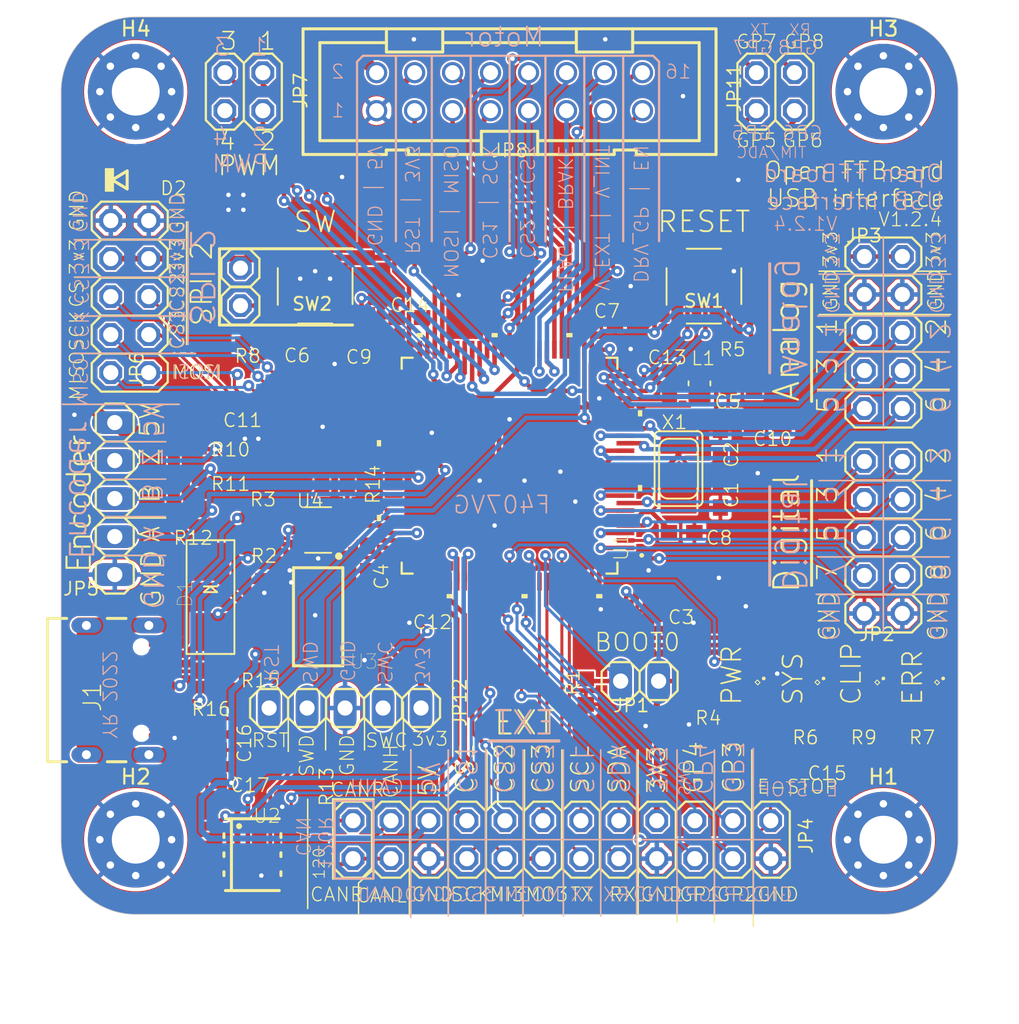
<source format=kicad_pcb>
(kicad_pcb (version 20211014) (generator pcbnew)
  (title_block (title "OpenFFBoard main") (date "2022-12-29") (rev "1.2.4"))
  (layers (0 "F.Cu" signal) (31 "B.Cu" signal) (34 "B.Paste" user) (35 "F.Paste" user) (36 "B.SilkS" user "B.Silkscreen") (37 "F.SilkS" user "F.Silkscreen") (38 "B.Mask" user) (39 "F.Mask" user) (44 "Edge.Cuts" user))
  (net 0 "")
  (net 1 "/OSC+")
  (net 2 "/OSC-")
  (net 3 "GND")
  (net 4 "+3.3V")
  (net 5 "/NRST")
  (net 6 "/BUTTON_A")
  (net 7 "+3.3VA")
  (net 8 "/E_STOP")
  (net 9 "/USB_SHIELD")
  (net 10 "/USB_VBUS_IN")
  (net 11 "Net-(J1-PadA5)")
  (net 12 "+5V")
  (net 13 "/USB_D+_IN")
  (net 14 "/USB_D-_IN")
  (net 16 "Net-(J1-PadB5)")
  (net 18 "/BOOT0")
  (net 19 "/DIN0")
  (net 20 "/DIN1")
  (net 21 "/DIN2")
  (net 22 "/DIN3")
  (net 23 "/DIN4")
  (net 24 "/DIN5")
  (net 25 "/DIN6")
  (net 26 "/DIN7")
  (net 27 "/AIN0")
  (net 28 "/AIN1")
  (net 29 "/AIN2")
  (net 30 "/AIN3")
  (net 31 "/AIN4")
  (net 32 "/AIN5")
  (net 33 "/GPIO3")
  (net 34 "/GPIO2")
  (net 35 "/SWO")
  (net 36 "/GPIO1")
  (net 37 "/I2C_SDA")
  (net 38 "/UART1_RX")
  (net 39 "/I2C_SCL")
  (net 40 "/UART1_TX")
  (net 41 "/SPI3_CS3")
  (net 42 "/SPI3_MOSI")
  (net 43 "/SPI3_CS2")
  (net 44 "/SPI3_MISO")
  (net 45 "/SPI3_CS1")
  (net 46 "/SPI3_SCK")
  (net 47 "/CANH")
  (net 48 "/CANL")
  (net 49 "/CAN_RES")
  (net 50 "/ENC_Z")
  (net 51 "/ENC_B")
  (net 52 "/ENC_A")
  (net 53 "/SPI2_MOSI")
  (net 54 "/SPI2_MISO")
  (net 55 "/SPI2_SS3")
  (net 56 "/SPI2_SCK")
  (net 57 "/SPI2_SS2")
  (net 58 "/SPI2_SS")
  (net 59 "/PWM4")
  (net 60 "/PWM3")
  (net 61 "/PWM2")
  (net 62 "/PWM1")
  (net 63 "/SPI1_MOSI")
  (net 64 "/SPI1_MISO")
  (net 65 "/SPI1_SS1")
  (net 66 "/SPI1_SCK")
  (net 67 "/SPI1_SS2")
  (net 68 "/SPI1_SS3")
  (net 69 "/DRV_FLAG")
  (net 70 "/BRAKE_CTRL")
  (net 71 "/V_EXT")
  (net 72 "/V_INT")
  (net 73 "/GPIO_DRV")
  (net 74 "/DRV_ENABLE")
  (net 75 "/GPIO5")
  (net 76 "/GPIO7")
  (net 77 "/GPIO6")
  (net 78 "/GPIO8")
  (net 79 "/SWDIO")
  (net 80 "/SWCLK")
  (net 81 "Net-(LED1-PadA)")
  (net 82 "Net-(LED2-PadA)")
  (net 83 "Net-(LED3-PadA)")
  (net 84 "Net-(LED4-PadA)")
  (net 85 "Net-(R2-Pad1)")
  (net 86 "Net-(R3-Pad1)")
  (net 87 "/LED1")
  (net 88 "/LED2")
  (net 89 "/LED3")
  (net 90 "/USB_VBUS")
  (net 101 "/USB_D-")
  (net 102 "/USB_D+")
  (net 103 "/CAN_RX")
  (net 104 "/CAN_TX")
  (net 105 "/CAN_S")
  (net 107 "Net-(C4-Pad1)")
  (net 108 "Net-(C14-Pad1)")
  (footprint "stm_board_f407_1.2.4:C0603" (layer "F.Cu") (at 162.6011 106.9536 90)
    (fp_text reference "C1")
    (fp_text value "15pF")
  )
  (footprint "stm_board_f407_1.2.4:C0805" (layer "F.Cu") (at 127.2011 101.6036)
    (fp_text reference "C11")
    (fp_text value "4.7µF")
  )
  (footprint "stm_board_f407_1.2.4:R0603" (layer "F.Cu") (at 164.0011 97.9036)
    (fp_text reference "R5")
    (fp_text value "10k")
  )
  (footprint "stm_board_f407_1.2.4:C0603" (layer "F.Cu") (at 139.0011 111.2036 -90)
    (fp_text reference "C4")
    (fp_text value "2.2µF")
  )
  (footprint "stm_board_f407_1.2.4:NX5032" (layer "F.Cu") (at 159.8011 105.2036 90)
    (fp_text reference "X1")
    (fp_text value "8MHz")
  )
  (footprint "stm_board_f407_1.2.4:R0603" (layer "F.Cu") (at 126.9011 107.9036)
    (fp_text reference "R12")
    (fp_text value "5.1k")
  )
  (footprint "stm_board_f407_1.2.4:2X02" (layer "F.Cu") (at 166.2811 80.0036)
    (fp_text reference "JP11")
    (fp_text value "PINHD-2X2")
  )
  (footprint "stm_board_f407_1.2.4:1X01" (layer "F.Cu") (at 130.5011 94.3036)
    (fp_text reference "JP14" hide)
    (fp_text value "PINHD-1X1")
  )
  (footprint "stm_board_f407_1.2.4:R0603" (layer "F.Cu") (at 126.9011 105.8036)
    (fp_text reference "R11")
    (fp_text value "5.1k")
  )
  (footprint "stm_board_f407_1.2.4:R0603" (layer "F.Cu") (at 172.4011 122.2036 180)
    (fp_text reference "R9")
    (fp_text value "330")
  )
  (footprint "stm_board_f407_1.2.4:C0603" (layer "F.Cu") (at 164.0011 100.0036 180)
    (fp_text reference "C5")
    (fp_text value "100nF")
  )
  (footprint "stm_board_f407_1.2.4:2X02" (layer "F.Cu") (at 130.7319 80.0036)
    (fp_text reference "JP7")
    (fp_text value "PINHD-2X2")
  )
  (footprint "stm_board_f407_1.2.4:R0603" (layer "F.Cu") (at 131.5011 96.9036 180)
    (fp_text reference "R8")
    (fp_text value "10k")
  )
  (footprint "MountingHole:MountingHole_3.2mm_M3_Pad_Via" (layer "F.Cu") (at 123.5011 80.0036)
    (fp_text reference "H4")
    (fp_text value "MOUNT-PAD-ROUND3.0")
  )
  (footprint "stm_board_f407_1.2.4:1X05" (layer "F.Cu") (at 137.5011 121.2036)
    (fp_text reference "JP12")
    (fp_text value "PINHD-1X5")
  )
  (footprint "stm_board_f407_1.2.4:SMADIODE" (layer "F.Cu") (at 128.5011 113.7736 -90)
    (fp_text reference "D1")
    (fp_text value "LV HC low drop")
  )
  (footprint "stm_board_f407_1.2.4:C0603" (layer "F.Cu") (at 154.7011 95.4036)
    (fp_text reference "C7")
    (fp_text value "100nF")
  )
  (footprint "stm_board_f407_1.2.4:C0603" (layer "F.Cu") (at 160.0111 109.4636)
    (fp_text reference "C8")
    (fp_text value "100nF")
  )
  (footprint "stm_board_f407_1.2.4:R0603" (layer "F.Cu") (at 128.8011 118.7036 180)
    (fp_text reference "R15")
    (fp_text value "5.1k")
  )
  (footprint "stm_board_f407_1.2.4:GCT_USB4105-GF-A" (layer "F.Cu") (at 120.2011 120.0036 -90)
    (fp_text reference "J1")
    (fp_text value "USB4105-GF-A")
  )
  (footprint "stm_board_f407_1.2.4:TL3342F160QG_TR" (layer "F.Cu") (at 135.5011 93.0036 180)
    (fp_text reference "SW2")
    (fp_text value "TL3342F160QG/TR")
  )
  (footprint "stm_board_f407_1.2.4:C0603" (layer "F.Cu") (at 166.6011 125.2036)
    (fp_text reference "C15")
    (fp_text value "100nF")
  )
  (footprint "stm_board_f407_1.2.4:C0603" (layer "F.Cu") (at 162.6011 103.4536 -90)
    (fp_text reference "C2")
    (fp_text value "15pF")
  )
  (footprint "stm_board_f407_1.2.4:SML0805" (layer "F.Cu") (at 177.1011 119.5036 -90)
    (fp_text reference "LED3" hide)
    (fp_text value "red")
  )
  (footprint "stm_board_f407_1.2.4:SML0805" (layer "F.Cu") (at 165.1011 119.5036 -90)
    (fp_text reference "LED1" hide)
    (fp_text value "green")
  )
  (footprint "stm_board_f407_1.2.4:1X05" (layer "F.Cu") (at 122.1011 107.2036 -90)
    (fp_text reference "JP5")
    (fp_text value "Encoder")
  )
  (footprint "MountingHole:MountingHole_3.2mm_M3_Pad_Via" (layer "F.Cu") (at 123.5011 130.0036)
    (fp_text reference "H2")
    (fp_text value "MOUNT-PAD-ROUND3.0")
  )
  (footprint "stm_board_f407_1.2.4:BLM21PG331SN1D" (layer "F.Cu") (at 161.2011 99.5036 -90)
    (fp_text reference "L1")
    (fp_text value "GZ2012D601TF" hide)
  )
  (footprint "stm_board_f407_1.2.4:R0603" (layer "F.Cu") (at 176.4011 122.2036 180)
    (fp_text reference "R7")
    (fp_text value "330")
  )
  (footprint "stm_board_f407_1.2.4:SOD80C" (layer "F.Cu") (at 122.3011 85.9036)
    (fp_text reference "D2")
    (fp_text value "ZENER-DIODESOD80C")
  )
  (footprint "stm_board_f407_1.2.4:SML0805" (layer "F.Cu") (at 169.1011 119.5036 -90)
    (fp_text reference "LED2" hide)
    (fp_text value "blue")
  )
  (footprint "stm_board_f407_1.2.4:TL3342F160QG_TR" (layer "F.Cu") (at 161.5011 93.0036 180)
    (fp_text reference "SW1")
    (fp_text value "TL3342F160QG/TR" hide)
  )
  (footprint "stm_board_f407_1.2.4:C0603" (layer "F.Cu") (at 141.8011 95.1036 180)
    (fp_text reference "C14")
    (fp_text value "2.2µF")
  )
  (footprint "stm_board_f407_1.2.4:R0603" (layer "F.Cu") (at 131.9011 108.3036 180)
    (fp_text reference "R3")
    (fp_text value "22")
  )
  (footprint "stm_board_f407_1.2.4:1X02" (layer "F.Cu") (at 157.2011 119.4036 180)
    (fp_text reference "JP1")
    (fp_text value "Boot")
  )
  (footprint "stm_board_f407_1.2.4:R0603" (layer "F.Cu") (at 126.9011 103.7036)
    (fp_text reference "R10")
    (fp_text value "5.1k")
  )
  (footprint "MountingHole:MountingHole_3.2mm_M3_Pad_Via" (layer "F.Cu") (at 173.5011 80.0036)
    (fp_text reference "H3")
    (fp_text value "MOUNT-PAD-ROUND3.0")
  )
  (footprint "stm_board_f407_1.2.4:R0603" (layer "F.Cu") (at 168.4011 122.2036 180)
    (fp_text reference "R6")
    (fp_text value "330")
  )
  (footprint "stm_board_f407_1.2.4:TSOT-23-6" (layer "F.Cu") (at 135.7011 109.3036 180)
    (fp_text reference "U4")
    (fp_text value "USBLC6-2SC6")
  )
  (footprint "stm_board_f407_1.2.4:2X05" (layer "F.Cu") (at 123.1011 93.7036 90)
    (fp_text reference "JP6")
    (fp_text value "SPI")
  )
  (footprint "stm_board_f407_1.2.4:SML0805" (layer "F.Cu") (at 173.1011 119.5036 -90)
    (fp_text reference "LED4" hide)
    (fp_text value "yellow")
  )
  (footprint "stm_board_f407_1.2.4:C0603" (layer "F.Cu") (at 159.2011 99.4036 -90)
    (fp_text reference "C13")
    (fp_text value "100nF")
  )
  (footprint "stm_board_f407_1.2.4:2X12" (layer "F.Cu") (at 152.0011 130.0036 180)
    (fp_text reference "JP4")
    (fp_text value "EXT")
  )
  (footprint "stm_board_f407_1.2.4:R0603" (layer "F.Cu") (at 153.6011 120.1036 -90)
    (fp_text reference "R1")
    (fp_text value "10k")
  )
  (footprint "stm_board_f407_1.2.4:1X01" (layer "F.Cu") (at 130.5011 91.8036)
    (fp_text reference "JP13" hide)
    (fp_text value "PINHD-1X1")
  )
  (footprint "stm_board_f407_1.2.4:LQFP100-14X14MM" (layer "F.Cu") (at 148.5011 105.0036 90)
    (fp_text reference "U1")
    (fp_text value "STM32F407VGT6" hide)
  )
  (footprint "stm_board_f407_1.2.4:C0603" (layer "F.Cu") (at 138.7411 96.9036 180)
    (fp_text reference "C9")
    (fp_text value "100nF")
  )
  (footprint "stm_board_f407_1.2.4:2X05" (layer "F.Cu") (at 173.5011 109.8036 -90)
    (fp_text reference "JP2")
    (fp_text value "Buttons")
  )
  (footprint "stm_board_f407_1.2.4:C0603" (layer "F.Cu") (at 128.2011 126.1036)
    (fp_text reference "C17")
    (fp_text value "100nF")
  )
  (footprint "stm_board_f407_1.2.4:2X05" (layer "F.Cu") (at 173.5011 96.1036 -90)
    (fp_text reference "JP3")
    (fp_text value "Analog")
  )
  (footprint "stm_board_f407_1.2.4:C0603" (layer "F.Cu") (at 141.0011 114.5036 -90)
    (fp_text reference "C12")
    (fp_text value "100nF")
  )
  (footprint "MountingHole:MountingHole_3.2mm_M3_Pad_Via" (layer "F.Cu") (at 173.5011 130.0036)
    (fp_text reference "H1")
    (fp_text value "MOUNT-PAD-ROUND3.0")
  )
  (footprint "stm_board_f407_1.2.4:SOT223" (layer "F.Cu") (at 135.7011 115.1036 -90)
    (fp_text reference "U3")
    (fp_text value "LM1117")
  )
  (footprint "stm_board_f407_1.2.4:C0805" (layer "F.Cu") (at 165.7611 102.2136)
    (fp_text reference "C10")
    (fp_text value "4.7µF")
  )
  (footprint "stm_board_f407_1.2.4:R0603" (layer "F.Cu") (at 136.8011 106.4036 180)
    (fp_text reference "R14")
    (fp_text value "10k")
  )
  (footprint "stm_board_f407_1.2.4:C0603" (layer "F.Cu") (at 128.2011 124.0036)
    (fp_text reference "C16")
    (fp_text value "100nF")
  )
  (footprint "stm_board_f407_1.2.4:R0603" (layer "F.Cu") (at 164.3011 122.2036 180)
    (fp_text reference "R4")
    (fp_text value "1k")
  )
  (footprint "stm_board_f407_1.2.4:R0603" (layer "F.Cu") (at 128.2011 121.9036)
    (fp_text reference "R16")
    (fp_text value "5.1k")
  )
  (footprint "stm_board_f407_1.2.4:R0603" (layer "F.Cu") (at 135.8011 129.3036 90)
    (fp_text reference "R13")
    (fp_text value "120")
  )
  (footprint "stm_board_f407_1.2.4:SOT96-1" (layer "F.Cu") (at 131.3011 131.0036 -90)
    (fp_text reference "U2")
    (fp_text value "TJA1051T/3")
  )
  (footprint "stm_board_f407_1.2.4:R0603" (layer "F.Cu") (at 131.9011 110.4036 180)
    (fp_text reference "R2")
    (fp_text value "22")
  )
  (footprint "stm_board_f407_1.2.4:C0805" (layer "F.Cu") (at 157.1011 114.7036)
    (fp_text reference "C3")
    (fp_text value "4.7µF")
  )
  (footprint "stm_board_f407_1.2.4:PAK100_2500-16" (layer "F.Cu") (at 148.5011 80.0036)
    (fp_text reference "JP8")
    (fp_text value "2516-")
  )
  (footprint "stm_board_f407_1.2.4:C0603" (layer "F.Cu") (at 134.6011 96.9036)
    (fp_text reference "C6")
    (fp_text value "100nF")
  )
  (gr_line (start 157.0011 135.0036) (end 157.0011 124.0036) (layer "B.SilkS") (width 0.1016))
  (gr_line (start 136.8011 132.6036) (end 136.8011 127.4036) (layer "B.SilkS") (width 0.1524))
  (gr_line (start 120.7011 89.9036) (end 119.4011 89.9036) (layer "B.SilkS") (width 0.1))
  (gr_line (start 121.4011 111.0036) (end 125.5011 111.0036) (layer "B.SilkS") (width 0.1))
  (gr_line (start 177.9011 97.4036) (end 169.1011 97.4036) (layer "B.SilkS") (width 0.1016))
  (gr_line (start 148.5011 77.6036) (end 148.5011 90.0036) (layer "B.SilkS") (width 0.1524))
  (gr_line (start 143.3011 77.6036) (end 143.3011 90.0036) (layer "B.SilkS") (width 0.1524))
  (gr_line (start 121.4011 105.9036) (end 125.5011 105.9036) (layer "B.SilkS") (width 0.1))
  (gr_line (start 165.9011 98.8036) (end 165.9011 91.5036) (layer "B.SilkS") (width 0.2))
  (gr_line (start 149.4011 135.1036) (end 149.4011 124.0036) (layer "B.SilkS") (width 0.1016))
  (gr_line (start 136.8011 127.4036) (end 139.4011 127.4036) (layer "B.SilkS") (width 0.1524))
  (gr_line (start 120.6011 97.5036) (end 119.3011 97.5036) (layer "B.SilkS") (width 0.1))
  (gr_line (start 173.5011 116.1036) (end 173.5011 103.5036) (layer "B.SilkS") (width 0.1016))
  (gr_line (start 120.7011 92.4036) (end 119.4011 92.4036) (layer "B.SilkS") (width 0.1))
  (gr_line (start 127.0011 88.7036) (end 127.0011 95.6036) (layer "B.SilkS") (width 0.1016))
  (gr_line (start 121.4011 103.4036) (end 125.5011 103.4036) (layer "B.SilkS") (width 0.1))
  (gr_line (start 152.1011 130.0036) (end 159.6011 130.0036) (layer "B.SilkS") (width 0.1016))
  (gr_line (start 139.4011 130.0036) (end 152.1011 130.0036) (layer "B.SilkS") (width 0.1016))
  (gr_line (start 178.0011 108.6036) (end 169.2011 108.6036) (layer "B.SilkS") (width 0.1016))
  (gr_line (start 150.9011 77.6036) (end 148.5011 77.6036) (layer "B.SilkS") (width 0.1524))
  (gr_line (start 126.4011 100.9036) (end 118.6011 100.9036) (layer "B.SilkS") (width 0.1))
  (gr_line (start 139.4011 132.6036) (end 136.8011 132.6036) (layer "B.SilkS") (width 0.1524))
  (gr_line (start 122.7011 100.9036) (end 121.4011 100.9036) (layer "B.SilkS") (width 0.1))
  (gr_line (start 145.9011 77.6036) (end 143.3011 77.6036) (layer "B.SilkS") (width 0.1524))
  (gr_line (start 150.9011 77.6036) (end 150.9011 90.0036) (layer "B.SilkS") (width 0.1524))
  (gr_line (start 173.5011 102.4036) (end 173.5011 89.7036) (layer "B.SilkS") (width 0.1016))
  (gr_line (start 121.4011 108.4036) (end 125.5011 108.4036) (layer "B.SilkS") (width 0.1))
  (gr_line (start 156.1011 77.6036) (end 153.5011 77.6036) (layer "B.SilkS") (width 0.1524))
  (gr_line (start 141.9011 135.2036) (end 141.9011 124.1036) (layer "B.SilkS") (width 0.1016))
  (gr_line (start 156.1011 77.6036) (end 156.1011 90.0036) (layer "B.SilkS") (width 0.1524))
  (gr_line (start 145.9011 77.6036) (end 145.9011 90.0036) (layer "B.SilkS") (width 0.1524))
  (gr_line (start 159.1011 130.0036) (end 166.6011 130.0036) (layer "B.SilkS") (width 0.1016))
  (gr_line (start 177.9011 95.0036) (end 169.1011 95.0036) (layer "B.SilkS") (width 0.1016))
  (gr_line (start 158.1011 77.6036) (end 158.5011 78.0036) (layer "B.SilkS") (width 0.1524))
  (gr_line (start 140.9011 77.6036) (end 140.9011 90.0036) (layer "B.SilkS") (width 0.1524))
  (gr_line (start 127.0011 95.6036) (end 127.0011 96.9036) (layer "B.SilkS") (width 0.1))
  (gr_line (start 159.7011 135.0036) (end 159.7011 124.0036) (layer "B.SilkS") (width 0.1016))
  (gr_line (start 165.9011 113.0036) (end 165.9011 106.4036) (layer "B.SilkS") (width 0.2))
  (gr_line (start 156.1011 77.6036) (end 158.1011 77.6036) (layer "B.SilkS") (width 0.1524))
  (gr_line (start 154.6011 135.1036) (end 154.6011 124.0036) (layer "B.SilkS") (width 0.1016))
  (gr_line (start 178.0011 92.2036) (end 169.2011 92.2036) (layer "B.SilkS") (width 0.1016))
  (gr_line (start 139.4011 127.4036) (end 139.4011 132.6036) (layer "B.SilkS") (width 0.1524))
  (gr_line (start 138.7011 77.6036) (end 138.3011 78.0036) (layer "B.SilkS") (width 0.1524))
  (gr_line (start 169.0011 113.6036) (end 177.9011 113.6036) (layer "B.SilkS") (width 0.1016))
  (gr_line (start 164.8011 134.9036) (end 164.8011 123.9036) (layer "B.SilkS") (width 0.1016))
  (gr_line (start 178.0011 106.0036) (end 169.2011 106.0036) (layer "B.SilkS") (width 0.1016))
  (gr_line (start 177.9011 100.0036) (end 169.1011 100.0036) (layer "B.SilkS") (width 0.1016))
  (gr_line (start 177.9011 111.1036) (end 169.1011 111.1036) (layer "B.SilkS") (width 0.1016))
  (gr_line (start 153.5011 77.6036) (end 150.9011 77.6036) (layer "B.SilkS") (width 0.1524))
  (gr_line (start 151.8011 123.4036) (end 147.1011 123.4036) (layer "B.SilkS") (width 0.2))
  (gr_line (start 138.3011 78.0036) (end 138.3011 90.0036) (layer "B.SilkS") (width 0.1524))
  (gr_line (start 140.9011 77.6036) (end 138.7011 77.6036) (layer "B.SilkS") (width 0.1524))
  (gr_line (start 126.9011 92.4036) (end 120.7011 92.4036) (layer "B.SilkS") (width 0.1016))
  (gr_line (start 127.5011 97.5036) (end 120.6011 97.5036) (layer "B.SilkS") (width 0.1016))
  (gr_line (start 162.2011 135.0036) (end 162.2011 124.0036) (layer "B.SilkS") (width 0.1016))
  (gr_line (start 126.9011 89.9036) (end 120.7011 89.9036) (layer "B.SilkS") (width 0.1016))
  (gr_line (start 158.5011 78.0036) (end 158.5011 90.0036) (layer "B.SilkS") (width 0.1524))
  (gr_line (start 152.1011 130.0036) (end 152.1011 124.0036) (layer "B.SilkS") (width 0.1016))
  (gr_line (start 126.9011 95.0036) (end 120.7011 95.0036) (layer "B.SilkS") (width 0.1016))
  (gr_line (start 144.4011 135.1036) (end 144.4011 124.0036) (layer "B.SilkS") (width 0.1016))
  (gr_line (start 120.7011 95.0036) (end 119.4011 95.0036) (layer "B.SilkS") (width 0.1))
  (gr_line (start 152.1011 130.0036) (end 152.1011 135.1036) (layer "B.SilkS") (width 0.1016))
  (gr_line (start 153.5011 77.6036) (end 153.5011 90.0036) (layer "B.SilkS") (width 0.1524))
  (gr_line (start 143.3011 77.6036) (end 140.9011 77.6036) (layer "B.SilkS") (width 0.1524))
  (gr_line (start 146.9011 134.9036) (end 146.9011 123.9036) (layer "B.SilkS") (width 0.1016))
  (gr_line (start 148.5011 77.6036) (end 145.9011 77.6036) (layer "B.SilkS") (width 0.1524))
  (gr_line (start 119.4011 95.0036) (end 126.9011 95.0036) (layer "F.SilkS") (width 0.1016))
  (gr_line (start 136.7011 127.3036) (end 136.7011 132.6036) (layer "F.SilkS") (width 0.1524))
  (gr_line (start 139.4011 132.6036) (end 139.4011 127.3036) (layer "F.SilkS") (width 0.1524))
  (gr_line (start 119.4011 92.4036) (end 126.9011 92.4036) (layer "F.SilkS") (width 0.1016))
  (gr_line (start 177.9011 97.4036) (end 169.1011 97.4036) (layer "F.SilkS") (width 0.1016))
  (gr_line (start 141.8011 132.0036) (end 141.8011 135.0036) (layer "F.SilkS") (width 0.1016))
  (gr_line (start 164.7011 128.0036) (end 164.7011 124.0036) (layer "F.SilkS") (width 0.1))
  (gr_line (start 154.6011 132.0036) (end 154.6011 135.1036) (layer "F.SilkS") (width 0.1016))
  (gr_line (start 119.3011 97.5036) (end 127.5011 97.5036) (layer "F.SilkS") (width 0.1016))
  (gr_line (start 159.7011 128.0036) (end 159.7011 124.0036) (layer "F.SilkS") (width 0.1))
  (gr_line (start 164.8011 135.8036) (end 164.8011 131.8036) (layer "F.SilkS") (width 0.1))
  (gr_line (start 173.5011 103.5036) (end 173.5011 116.1036) (layer "F.SilkS") (width 0.1016))
  (gr_line (start 138.4011 132.9036) (end 138.4011 135.0036) (layer "F.SilkS") (width 0.1016))
  (gr_line (start 138.0011 95.6036) (end 129.1011 95.6036) (layer "F.SilkS") (width 0.2))
  (gr_line (start 162.2011 128.0036) (end 162.2011 124.0036) (layer "F.SilkS") (width 0.1))
  (gr_line (start 157.1011 128.0036) (end 157.1011 124.0036) (layer "F.SilkS") (width 0.1))
  (gr_line (start 144.4011 128.0036) (end 144.4011 124.0036) (layer "F.SilkS") (width 0.1))
  (gr_line (start 141.9011 128.0036) (end 141.9011 124.0036) (layer "F.SilkS") (width 0.1))
  (gr_line (start 138.8011 120.8036) (end 138.8011 124.0036) (layer "F.SilkS") (width 0.1016))
  (gr_line (start 177.7011 92.0036) (end 175.7011 92.0036) (layer "F.SilkS") (width 0.1))
  (gr_line (start 139.4011 127.3036) (end 139.4011 132.0036) (layer "F.SilkS") (width 0.1016))
  (gr_line (start 147.0011 128.0036) (end 147.0011 124.0036) (layer "F.SilkS") (width 0.1))
  (gr_line (start 159.7011 135.5036) (end 159.7011 131.5036) (layer "F.SilkS") (width 0.1))
  (gr_line (start 154.6011 128.0036) (end 154.6011 124.0036) (layer "F.SilkS") (width 0.1))
  (gr_line (start 118.6011 100.9036) (end 126.4011 100.9036) (layer "F.SilkS") (width 0.1))
  (gr_line (start 152.1011 132.0036) (end 152.1011 135.0036) (layer "F.SilkS") (width 0.1016))
  (gr_line (start 136.7011 132.6036) (end 139.4011 132.6036) (layer "F.SilkS") (width 0.1524))
  (gr_line (start 139.4011 127.3036) (end 136.7011 127.3036) (layer "F.SilkS") (width 0.1524))
  (gr_line (start 147.1011 123.4036) (end 151.8011 123.4036) (layer "F.SilkS") (width 0.2))
  (gr_line (start 129.1011 90.5036) (end 138.0011 90.5036) (layer "F.SilkS") (width 0.2))
  (gr_line (start 135.0011 134.6036) (end 135.0011 127.3036) (layer "F.SilkS") (width 0.1016))
  (gr_line (start 177.9011 113.6036) (end 169.1011 113.6036) (layer "F.SilkS") (width 0.1016))
  (gr_line (start 122.7011 105.9036) (end 125.5011 105.9036) (layer "F.SilkS") (width 0.1016))
  (gr_line (start 157.1011 131.9036) (end 157.1011 132.2036) (layer "F.SilkS") (width 0.2))
  (gr_line (start 139.4011 132.0036) (end 138.4011 132.9036) (layer "F.SilkS") (width 0.1016))
  (gr_line (start 126.9011 96.9036) (end 126.9011 88.7036) (layer "F.SilkS") (width 0.1016))
  (gr_line (start 168.7011 113.0036) (end 168.7011 106.0036) (layer "F.SilkS") (width 0.2))
  (gr_line (start 168.7011 100.7036) (end 168.7011 92.9036) (layer "F.SilkS") (width 0.2))
  (gr_line (start 133.7011 120.9036) (end 133.7011 124.1036) (layer "F.SilkS") (width 0.1016))
  (gr_line (start 178.0011 94.9036) (end 169.2011 94.9036) (layer "F.SilkS") (width 0.1016))
  (gr_line (start 144.4011 132.0036) (end 144.4011 135.0036) (layer "F.SilkS") (width 0.1016))
  (gr_line (start 129.1011 95.6036) (end 129.1011 90.5036) (layer "F.SilkS") (width 0.2))
  (gr_line (start 149.5011 128.0036) (end 149.5011 124.0036) (layer "F.SilkS") (width 0.1))
  (gr_line (start 171.3011 92.0036) (end 169.2011 92.0036) (layer "F.SilkS") (width 0.1))
  (gr_line (start 178.0011 106.0036) (end 169.2011 106.0036) (layer "F.SilkS") (width 0.1016))
  (gr_line (start 177.9011 111.1036) (end 169.1011 111.1036) (layer "F.SilkS") (width 0.1016))
  (gr_line (start 152.0011 128.0036) (end 152.0011 124.0036) (layer "F.SilkS") (width 0.1))
  (gr_line (start 149.4011 132.1036) (end 149.4011 135.1036) (layer "F.SilkS") (width 0.1016))
  (gr_line (start 122.7011 103.4036) (end 125.5011 103.4036) (layer "F.SilkS") (width 0.1016))
  (gr_line (start 157.1011 132.2036) (end 157.1011 135.0036) (layer "F.SilkS") (width 0.1016))
  (gr_line (start 146.9011 132.0036) (end 146.9011 135.0036) (layer "F.SilkS") (width 0.1016))
  (gr_line (start 162.2011 135.5036) (end 162.2011 131.5036) (layer "F.SilkS") (width 0.1))
  (gr_line (start 177.9011 99.9036) (end 169.1011 99.9036) (layer "F.SilkS") (width 0.1016))
  (gr_line (start 136.2011 120.8036) (end 136.2011 124.0036) (layer "F.SilkS") (width 0.1016))
  (gr_line (start 122.7011 111.0036) (end 125.5011 111.0036) (layer "F.SilkS") (width 0.1016))
  (gr_line (start 141.4011 120.8036) (end 141.4011 124.0036) (layer "F.SilkS") (width 0.1016))
  (gr_line (start 122.7011 108.5036) (end 125.5011 108.5036) (layer "F.SilkS") (width 0.1016))
  (gr_line (start 119.4011 89.9036) (end 126.9011 89.9036) (layer "F.SilkS") (width 0.1016))
  (gr_line (start 178.0011 108.6036) (end 169.2011 108.6036) (layer "F.SilkS") (width 0.1016))
  (gr_arc (start 178.5011 130.0036) (mid 177.036634 133.539134) (end 173.5011 135.0036) (layer "Edge.Cuts") (width 0.05))
  (gr_arc (start 123.5011 135.0036) (mid 119.965566 133.539134) (end 118.5011 130.0036) (layer "Edge.Cuts") (width 0.05))
  (gr_line (start 123.5011 135.0036) (end 173.5011 135.0036) (layer "Edge.Cuts") (width 0.05))
  (gr_arc (start 118.5011 80.0036) (mid 119.965566 76.468066) (end 123.5011 75.0036) (layer "Edge.Cuts") (width 0.05))
  (gr_arc (start 173.5011 75.0036) (mid 177.036634 76.468066) (end 178.5011 80.0036) (layer "Edge.Cuts") (width 0.05))
  (gr_line (start 178.5011 130.0036) (end 178.5011 80.0036) (layer "Edge.Cuts") (width 0.05))
  (gr_line (start 118.5011 80.0036) (end 118.5011 130.0036) (layer "Edge.Cuts") (width 0.05))
  (gr_line (start 173.5011 75.0036) (end 123.5011 75.0036) (layer "Edge.Cuts") (width 0.05))
  (gr_text "B" (at 123.8011 107.5036 -90) (layer "B.SilkS") (effects (font (size 1.288 1.288) (thickness 0.112)) (justify left bottom mirror)))
  (gr_text "GP6" (at 169.5011 83.3036) (layer "B.SilkS") (effects (font (size 0.92 0.92) (thickness 0.08)) (justify left bottom mirror)))
  (gr_text "GP8" (at 169.2011 77.6036) (layer "B.SilkS") (effects (font (size 0.92 0.92) (thickness 0.08)) (justify left bottom mirror)))
  (gr_text "CANH" (at 141.5011 127.0036) (layer "B.SilkS") (effects (font (size 0.92 0.92) (thickness 0.08)) (justify left bottom mirror)))
  (gr_text "V_EXT | V_INT" (at 155.2011 83.5036 -90) (layer "B.SilkS") (effects (font (size 0.92 0.92) (thickness 0.08)) (justify right top mirror)))
  (gr_text "Encoder" (at 118.9011 111.4036 -90) (layer "B.SilkS") (effects (font (size 1.564 1.564) (thickness 0.136)) (justify left bottom mirror)))
  (gr_text "7" (at 169.5011 112.8036 -90) (layer "B.SilkS") (effects (font (size 1.288 1.288) (thickness 0.112)) (justify left bottom mirror)))
  (gr_text "CANL" (at 141.5011 134.2036) (layer "B.SilkS") (effects (font (size 0.92 0.92) (thickness 0.08)) (justify left bottom mirror)))
  (gr_text "RST | 3V3" (at 142.5011 83.5036 -90) (layer "B.SilkS") (effects (font (size 0.92 0.92) (thickness 0.08)) (justify right top mirror)))
  (gr_text "PWM" (at 132.5011 85.5036) (layer "B.SilkS") (effects (font (size 1.1684 1.1684) (thickness 0.1016)) (justify left bottom mirror)))
  (gr_text "GND" (at 159.6011 134.2036) (layer "B.SilkS") (effects (font (size 0.92 0.92) (thickness 0.08)) (justify left bottom mirror)))
  (gr_text "3v3" (at 176.6011 91.9036 -90) (layer "B.SilkS") (effects (font (size 0.92 0.92) (thickness 0.08)) (justify left bottom mirror)))
  (gr_text "Motor" (at 150.9011 77.1036) (layer "B.SilkS") (effects (font (size 1.288 1.288) (thickness 0.112)) (justify left bottom mirror)))
  (gr_text "3v3" (at 169.5011 91.9036 -90) (layer "B.SilkS") (effects (font (size 0.92 0.92) (thickness 0.08)) (justify left bottom mirror)))
  (gr_text "MOSI | MISO" (at 145.1011 83.5036 -90) (layer "B.SilkS") (effects (font (size 0.92 0.92) (thickness 0.08)) (justify right top mirror)))
  (gr_text "GP2" (at 164.7011 134.2036) (layer "B.SilkS") (effects (font (size 0.92 0.92) (thickness 0.08)) (justify left bottom mirror)))
  (gr_text "CS3" (at 125.7011 97.3036 -90) (layer "B.SilkS") (effects (font (size 0.92 0.92) (thickness 0.08)) (justify left bottom mirror)))
  (gr_text "SWD" (at 134.6011 119.6036 -90) (layer "B.SilkS") (effects (font (size 0.92 0.92) (thickness 0.08)) (justify left bottom mirror)))
  (gr_text "FLAG | BRAKE" (at 152.7511 83.5036 -90) (layer "B.SilkS") (effects (font (size 0.92 0.92) (thickness 0.08)) (justify right top mirror)))
  (gr_text "YR 2022" (at 121.2011 123.3036 -90) (layer "B.SilkS") (effects (font (size 0.92 0.92) (thickness 0.08)) (justify left bottom mirror)))
  (gr_text "GP4" (at 160.7011 127.1036 -90) (layer "B.SilkS") (effects (font (size 1.196 1.196) (thickness 0.104)) (justify left bottom mirror)))
  (gr_text "1" (at 132.4011 77.7036) (layer "B.SilkS") (effects (font (size 1.1684 1.1684) (thickness 0.1016)) (justify left bottom mirror)))
  (gr_text "1" (at 169.5011 105.0036 -90) (layer "B.SilkS") (effects (font (size 1.288 1.288) (thickness 0.112)) (justify left bottom mirror)))
  (gr_text "GND" (at 144.3011 134.2036) (layer "B.SilkS") (effects (font (size 0.92 0.92) (thickness 0.08)) (justify left bottom mirror)))
  (gr_text "MO3" (at 152.0011 134.2036) (layer "B.SilkS") (effects (font (size 0.92 0.92) (thickness 0.08)) (justify left bottom mirror)))
  (gr_text "Digital" (at 166.6011 109.6036 -90) (layer "B.SilkS") (effects (font (size 1.564 1.564) (thickness 0.136)) (justify bottom mirror)))
  (gr_text "SWO" (at 160.6011 127.1036 -90) (layer "B.SilkS") (effects (font (size 0.747776 0.747776) (thickness 0.065024)) (justify left top mirror)))
  (gr_text "GND" (at 119.2011 89.5036 -90) (layer "B.SilkS") (effects (font (size 0.92 0.92) (thickness 0.08)) (justify left bottom mirror)))
  (gr_text "8" (at 176.5011 112.8036 -90) (layer "B.SilkS") (effects (font (size 1.288 1.288) (thickness 0.112)) (justify left bottom mirror)))
  (gr_text "Open FFBoard\nUSB interface" (at 177.6011 88.0036) (layer "B.SilkS") (effects (font (size 1.15 1.15) (thickness 0.1)) (justify left bottom mirror)))
  (gr_text "4" (at 176.5011 99.0036 -90) (layer "B.SilkS") (effects (font (size 1.288 1.288) (thickness 0.112)) (justify left bottom mirror)))
  (gr_text "CS3" (at 150.1011 127.0036 -90) (layer "B.SilkS") (effects (font (size 1.1684 1.1684) (thickness 0.1016)) (justify left bottom mirror)))
  (gr_text "GND" (at 169.3011 116.8036 -90) (layer "B.SilkS") (effects (font (size 1.104 1.104) (thickness 0.096)) (justify left bottom mirror)))
  (gr_text "DRV_GP | EN" (at 157.8011 83.5036 -90) (layer "B.SilkS") (effects (font (size 0.92 0.92) (thickness 0.08)) (justify right top mirror)))
  (gr_text "3" (at 129.9011 77.7036) (layer "B.SilkS") (effects (font (size 1.1684 1.1684) (thickness 0.1016)) (justify left bottom mirror)))
  (gr_text "2" (at 132.4011 83.7036) (layer "B.SilkS") (effects (font (size 1.1684 1.1684) (thickness 0.1016)) (justify left bottom mirror)))
  (gr_text "GND" (at 176.5011 116.8036 -90) (layer "B.SilkS") (effects (font (size 1.104 1.104) (thickness 0.096)) (justify left bottom mirror)))
  (gr_text "CS" (at 119.3011 94.3036 -90) (layer "B.SilkS") (effects (font (size 0.92 0.92) (thickness 0.08)) (justify left bottom mirror)))
  (gr_text "2" (at 176.5011 105.0036 -90) (layer "B.SilkS") (effects (font (size 1.288 1.288) (thickness 0.112)) (justify left bottom mirror)))
  (gr_text "3v3" (at 119.3011 92.3036 -90) (layer "B.SilkS") (effects (font (size 0.92 0.92) (thickness 0.08)) (justify left bottom mirror)))
  (gr_text "SWC" (at 139.6011 119.6036 -90) (layer "B.SilkS") (effects (font (size 0.92 0.92) (thickness 0.08)) (justify left bottom mirror)))
  (gr_text "4" (at 129.8011 83.7036) (layer "B.SilkS") (effects (font (size 1.1684 1.1684) (thickness 0.1016)) (justify left bottom mirror)))
  (gr_text "GP3" (at 162.8011 127.0036 -90) (layer "B.SilkS") (effects (font (size 1.196 1.196) (thickness 0.104)) (justify left bottom mirror)))
  (gr_text "Z" (at 123.8011 105.1036 -90) (layer "B.SilkS") (effects (font (size 1.288 1.288) (thickness 0.112)) (justify left bottom mirror)))
  (gr_text "MISO" (at 120.3011 97.7036 -90) (layer "B.SilkS") (effects (font (size 0.92 0.92) (thickness 0.08)) (justify right top mirror)))
  (gr_text "GND" (at 167.5011 134.2036) (layer "B.SilkS") (effects (font (size 0.92 0.92) (thickness 0.08)) (justify left bottom mirror)))
  (gr_text "3V3" (at 157.7011 127.0036 -90) (layer "B.SilkS") (effects (font (size 1.1684 1.1684) (thickness 0.1016)) (justify left bottom mirror)))
  (gr_text "GND" (at 169.5011 94.9036 -90) (layer "B.SilkS") (effects (font (size 0.92 0.92) (thickness 0.08)) (justify left bottom mirror)))
  (gr_text "6" (at 176.5011 101.6036 -90) (layer "B.SilkS") (effects (font (size 1.288 1.288) (thickness 0.112)) (justify left bottom mirror)))
  (gr_text "2" (at 137.5011 79.2036) (layer "B.SilkS") (effects (font (size 0.92 0.92) (thickness 0.08)) (justify left bottom mirror)))
  (gr_text "A" (at 123.9011 110.2036 -90) (layer "B.SilkS") (effects (font (size 1.288 1.288) (thickness 0.112)) (justify left bottom mirror)))
  (gr_text "5V" (at 123.9011 103.2036 -90) (layer "B.SilkS") (effects (font (size 1.288 1.288) (thickness 0.112)) (justify left bottom mirror)))
  (gr_text "GND" (at 125.7011 89.6036 -90) (layer "B.SilkS") (effects (font (size 0.92 0.92) (thickness 0.08)) (justify left bottom mirror)))
  (gr_text "6" (at 176.5011 110.2036 -90) (layer "B.SilkS") (effects (font (size 1.288 1.288) (thickness 0.112)) (justify left bottom mirror)))
  (gr_text "5" (at 169.5011 110.2036 -90) (layer "B.SilkS") (effects (font (size 1.288 1.288) (thickness 0.112)) (justify left bottom mirror)))
  (gr_text "1" (at 169.5011 96.6036 -90) (layer "B.SilkS") (effects (font (size 1.288 1.288) (thickness 0.112)) (justify left bottom mirror)))
  (gr_text "CS2" (at 125.7011 94.8036 -90) (layer "B.SilkS") (effects (font (size 0.92 0.92) (thickness 0.08)) (justify left bottom mirror)))
  (gr_text "RST" (at 132.0011 119.5036 -90) (layer "B.SilkS") (effects (font (size 0.92 0.92) (thickness 0.08)) (justify left bottom mirror)))
  (gr_text "1" (at 137.5011 81.8036) (layer "B.SilkS") (effects (font (size 0.92 0.92) (thickness 0.08)) (justify left bottom mirror)))
  (gr_text "SDA" (at 155.2011 127.0036 -90) (layer "B.SilkS") (effects (font (size 1.1684 1.1684) (thickness 0.1016)) (justify left bottom mirror)))
  (gr_text "Analog" (at 166.6011 95.0036 -90) (layer "B.SilkS") (effects (font (size 1.564 1.564) (thickness 0.136)) (justify bottom mirror)))
  (gr_text "MI3" (at 149.2011 134.2036) (layer "B.SilkS") (effects (font (size 0.92 0.92) (thickness 0.08)) (justify left bottom mirror)))
  (gr_text "3v3" (at 142.1011 119.6036 -90) (layer "B.SilkS") (effects (font (size 0.92 0.92) (thickness 0.08)) (justify left bottom mirror)))
  (gr_text "RX" (at 156.6011 134.2036) (layer "B.SilkS") (effects (font (size 0.92 0.92) (thickness 0.08)) (justify left bottom mirror)))
  (gr_text "5" (at 169.5011 101.6036 -90) (layer "B.SilkS") (effects (font (size 1.288 1.288) (thickness 0.112)) (justify left bottom mirror)))
  (gr_text "2" (at 176.5011 96.7036 -90) (layer "B.SilkS") (effects (font (size 1.288 1.288) (thickness 0.112)) (justify left bottom mirror)))
  (gr_text "GP1" (at 162.1011 134.2036) (layer "B.SilkS") (effects (font (size 0.92 0.92) (thickness 0.08)) (justify left bottom mirror)))
  (gr_text "E-STOP" (at 165.0011 126.1036) (layer "B.SilkS") (effects (font (size 0.92 0.92) (thickness 0.08)) (justify right top mirror)))
  (gr_text "V1.2.4" (at 166.1011 88.3036) (layer "B.SilkS") (effects (font (size 0.92 0.92) (thickness 0.08)) (justify right top mirror)))
  (gr_text "MOSI" (at 125.8011 98.2036) (layer "B.SilkS") (effects (font (size 0.92 0.92) (thickness 0.08)) (justify right top mirror)))
  (gr_text "3v3" (at 125.7011 92.3036 -90) (layer "B.SilkS") (effects (font (size 0.92 0.92) (thickness 0.08)) (justify left bottom mirror)))
  (gr_text "RX" (at 168.7011 76.3036) (layer "B.SilkS") (effects (font (size 0.747776 0.747776) (thickness 0.065024)) (justify left bottom mirror)))
  (gr_text "GND | 5V" (at 140.0011 83.5536 -90) (layer "B.SilkS") (effects (font (size 0.92 0.92) (thickness 0.08)) (justify right top mirror)))
  (gr_text "SCK" (at 119.3011 97.4036 -90) (layer "B.SilkS") (effects (font (size 0.92 0.92) (thickness 0.08)) (justify left bottom mirror)))
  (gr_text "5V" (at 142.5011 127.0036 -90) (layer "B.SilkS") (effects (font (size 1.1684 1.1684) (thickness 0.1016)) (justify left bottom mirror)))
  (gr_text "TX" (at 165.9011 76.3036) (layer "B.SilkS") (effects (font (size 0.747776 0.747776) (thickness 0.065024)) (justify left bottom mirror)))
  (gr_text "CS1" (at 145.0011 127.0036 -90) (layer "B.SilkS") (effects (font (size 1.1684 1.1684) (thickness 0.1016)) (justify left bottom mirror)))
  (gr_text "120R\nCAN" (at 136.7011 128.4036 -90) (layer "B.SilkS") (effects (font (size 0.92 0.92) (thickness 0.08)) (justify right top mirror)))
  (gr_text "GP7" (at 166.2011 77.6036) (layer "B.SilkS") (effects (font (size 0.92 0.92) (thickness 0.08)) (justify left bottom mirror)))
  (gr_text "GND" (at 176.5011 94.9036 -90) (layer "B.SilkS") (effects (font (size 0.92 0.92) (thickness 0.08)) (justify left bottom mirror)))
  (gr_text "SPI 2" (at 127.0011 95.7036 -90) (layer "B.SilkS") (effects (font (size 1.564 1.564) (thickness 0.136)) (justify left bottom mirror)))
  (gr_text "F407VG" (at 151.3011 108.3036) (layer "B.SilkS") (effects (font (size 1.1684 1.1684) (thickness 0.1016)) (justify left bottom mirror)))
  (gr_text "TX" (at 154.2011 134.2036) (layer "B.SilkS") (effects (font (size 0.92 0.92) (thickness 0.08)) (justify left bottom mirror)))
  (gr_text "EXT" (at 149.5011 123.1036) (layer "B.SilkS") (effects (font (size 1.564 1.564) (thickness 0.136)) (justify bottom mirror)))
  (gr_text "SCL" (at 152.8011 127.0036 -90) (layer "B.SilkS") (effects (font (size 1.1684 1.1684) (thickness 0.1016)) (justify left bottom mirror)))
  (gr_text "GP5" (at 166.1011 83.3036) (layer "B.SilkS") (effects (font (size 0.92 0.92) (thickness 0.08)) (justify left bottom mirror)))
  (gr_text "CS2" (at 147.5011 127.0036 -90) (layer "B.SilkS") (effects (font (size 1.1684 1.1684) (thickness 0.1016)) (justify left bottom mirror)))
  (gr_text "GND" (at 137.1011 119.5036 -90) (layer "B.SilkS") (effects (font (size 0.92 0.92) (thickness 0.08)) (justify left bottom mirror)))
  (gr_text "CS1 | SCK" (at 147.7011 83.5036 -90) (layer "B.SilkS") (effects (font (size 0.92 0.92) (thickness 0.08)) (justify right top mirror)))
  (gr_text "GND" (at 123.9011 114.7036 -90) (layer "B.SilkS") (effects (font (size 1.288 1.288) (thickness 0.112)) (justify left bottom mirror)))
  (gr_text "TIM/ADC" (at 168.4011 84.5036) (layer "B.SilkS") (effects (font (size 0.747776 0.747776) (thickness 0.065024)) (justify left bottom mirror)))
  (gr_text "SCK" (at 146.8011 134.2036) (layer "B.SilkS") (effects (font (size 0.92 0.92) (thickness 0.08)) (justify left bottom mirror)))
  (gr_text "3" (at 169.5011 107.6036 -90) (layer "B.SilkS") (effects (font (size 1.288 1.288) (thickness 0.112)) (justify left bottom mirror)))
  (gr_text "4" (at 176.5011 107.6036 -90) (layer "B.SilkS") (effects (font (size 1.288 1.288) (thickness 0.112)) (justify left bottom mirror)))
  (gr_text "CS2 | CS3" (at 150.2011 83.5036 -90) (layer "B.SilkS") (effects (font (size 0.92 0.92) (thickness 0.08)) (justify right top mirror)))
  (gr_text "3" (at 169.5011 99.0036 -90) (layer "B.SilkS") (effects (font (size 1.288 1.288) (thickness 0.112)) (justify left bottom mirror)))
  (gr_text "16" (at 160.7011 79.2036) (layer "B.SilkS") (effects (font (size 0.92 0.92) (thickness 0.08)) (justify left bottom mirror)))
  (gr_text "SYS" (at 168.2011 121.1036 90) (layer "F.SilkS") (effects (font (size 1.288 1.288) (thickness 0.112)) (justify left bottom)))
  (gr_text "MI3" (at 147.1011 134.2036) (layer "F.SilkS") (effects (font (size 0.92 0.92) (thickness 0.08)) (justify left bottom)))
  (gr_text "6" (at 177.8011 101.6036 90) (layer "F.SilkS") (effects (font (size 1.288 1.288) (thickness 0.112)) (justify left bottom)))
  (gr_text "Encoder" (at 118.8011 102.8036 90) (layer "F.SilkS") (effects (font (size 1.564 1.564) (thickness 0.136)) (justify right top)))
  (gr_text "1" (at 131.7011 77.3036) (layer "F.SilkS") (effects (font (size 1.1684 1.1684) (thickness 0.1016)) (justify left bottom)))
  (gr_text "E-STOP" (at 165.0011 127.0036) (layer "F.SilkS") (effects (font (size 0.92 0.92) (thickness 0.08)) (justify left bottom)))
  (gr_text "7" (at 170.5011 112.8036 90) (layer "F.SilkS") (effects (font (size 1.288 1.288) (thickness 0.112)) (justify left bottom)))
  (gr_text "3v3" (at 177.4011 91.8036 90) (layer "F.SilkS") (effects (font (size 0.92 0.92) (thickness 0.08)) (justify left bottom)))
  (gr_text "4" (at 177.8011 99.0036 90) (layer "F.SilkS") (effects (font (size 1.288 1.288) (thickness 0.112)) (justify left bottom)))
  (gr_text "GND" (at 141.9011 134.2036) (layer "F.SilkS") (effects (font (size 0.92 0.92) (thickness 0.08)) (justify left bottom)))
  (gr_text "5" (at 170.5011 110.2036 90) (layer "F.SilkS") (effects (font (size 1.288 1.288) (thickness 0.112)) (justify left bottom)))
  (gr_text "SPI 2" (at 127.1011 89.9036 90) (layer "F.SilkS") (effects (font (size 1.38 1.38) (thickness 0.12)) (justify right top)))
  (gr_text "Z" (at 125.2011 105.1036 90) (layer "F.SilkS") (effects (font (size 1.288 1.288) (thickness 0.112)) (justify left bottom)))
  (gr_text "3V3" (at 159.0011 127.0036 90) (layer "F.SilkS") (effects (font (size 1.1684 1.1684) (thickness 0.1016)) (justify left bottom)))
  (gr_text "MISO" (at 120.1011 100.7036 90) (layer "F.SilkS") (effects (font (size 0.92 0.92) (thickness 0.08)) (justify left bottom)))
  (gr_text "GP2" (at 162.3011 134.2036) (layer "F.SilkS") (effects (font (size 0.92 0.92) (thickness 0.08)) (justify left bottom)))
  (gr_text "PWR" (at 164.1011 121.1036 90) (layer "F.SilkS") (effects (font (size 1.288 1.288) (thickness 0.112)) (justify left bottom)))
  (gr_text "SWD" (at 134.4011 122.9036 90) (layer "F.SilkS") (effects (font (size 0.92 0.92) (thickness 0.08)) (justify right top)))
  (gr_text "CS" (at 120.1011 94.5036 90) (layer "F.SilkS") (effects (font (size 0.92 0.92) (thickness 0.08)) (justify left bottom)))
  (gr_text "RESET" (at 161.5011 89.5036) (layer "F.SilkS") (effects (font (size 1.38 1.38) (thickness 0.12)) (justify bottom)))
  (gr_text "CS3" (at 151.3011 127.0036 90) (layer "F.SilkS") (effects (font (size 1.1684 1.1684) (thickness 0.1016)) (justify left bottom)))
  (gr_text "CS3" (at 126.8011 97.3036 90) (layer "F.SilkS") (effects (font (size 0.92 0.92) (thickness 0.08)) (justify left bottom)))
  (gr_text "CS1" (at 146.2011 127.0036 90) (layer "F.SilkS") (effects (font (size 1.1684 1.1684) (thickness 0.1016)) (justify left bottom)))
  (gr_text "GND" (at 125.3011 114.6036 90) (layer "F.SilkS") (effects (font (size 1.288 1.288) (thickness 0.112)) (justify left bottom)))
  (gr_text "CANR" (at 135.1011 134.2036) (layer "F.SilkS") (effects (font (size 0.92 0.92) (thickness 0.08)) (justify left bottom)))
  (gr_text "GND" (at 177.7011 116.8036 90) (layer "F.SilkS") (effects (font (size 1.104 1.104) (thickness 0.096)) (justify left bottom)))
  (gr_text "GP8" (at 166.8011 77.2036) (layer "F.SilkS") (effects (font (size 0.92 0.92) (thickness 0.08)) (justify left bottom)))
  (gr_text "BOOT0" (at 154.1011 117.5036) (layer "F.SilkS") (effects (font (size 1.196 1.196) (thickness 0.104)) (justify left bottom)))
  (gr_text "CANL" (at 141.7011 133.2036) (layer "F.SilkS") (effects (font (size 0.92 0.92) (thickness 0.08)) (justify right top)))
  (gr_text "Open FFBoard\nUSB interface" (at 177.7011 84.6036) (layer "F.SilkS") (effects (font (size 1.15 1.15) (thickness 0.1)) (justify right top)))
  (gr_text "GP6" (at 166.7011 83.8036) (layer "F.SilkS") (effects (font (size 0.92 0.92) (thickness 0.08)) (justify left bottom)))
  (gr_text "2" (at 177.8011 96.4036 90) (layer "F.SilkS") (effects (font (size 1.288 1.288) (thickness 0.112)) (justify left bottom)))
  (gr_text "120" (at 136.2011 132.7036 90) (layer "F.SilkS") (effects (font (size 0.747776 0.747776) (thickness 0.065024)) (justify left bottom)))
  (gr_text "3" (at 170.5011 99.0036 90) (layer "F.SilkS") (effects (font (size 1.288 1.288) (thickness 0.112)) (justify left bottom)))
  (gr_text "PWM" (at 128.9011 85.7036) (layer "F.SilkS") (effects (font (size 1.288 1.288) (thickness 0.112)) (justify left bottom)))
  (gr_text "CS2" (at 148.8011 127.0036 90) (layer "F.SilkS") (effects (font (size 1.1684 1.1684) (thickness 0.1016)) (justify left bottom)))
  (gr_text "3v3" (at 120.1011 92.3036 90) (layer "F.SilkS") (effects (font (size 0.92 0.92) (thickness 0.08)) (justify left bottom)))
  (gr_text "SDA" (at 156.4011 127.0036 90) (layer "F.SilkS") (effects (font (size 1.1684 1.1684) (thickness 0.1016)) (justify left bottom)))
  (gr_text "MOSI" (at 125.9011 99.3036) (layer "F.SilkS") (effects (font (size 0.92 0.92) (thickness 0.08)) (justify left bottom)))
  (gr_text "SW" (at 135.5011 89.5036) (layer "F.SilkS") (effects (font (size 1.38 1.38) (thickness 0.12)) (justify bottom)))
  (gr_text "CANH" (at 141.1011 127.3036 90) (layer "F.SilkS") (effects (font (size 0.92 0.92) (thickness 0.08)) (justify left bottom)))
  (gr_text "SCK" (at 144.5011 134.2036) (layer "F.SilkS") (effects (font (size 0.92 0.92) (thickness 0.08)) (justify left bottom)))
  (gr_text "8" (at 177.8011 112.8036 90) (layer "F.SilkS") (effects (font (size 1.288 1.288) (thickness 0.112)) (justify left bottom)))
  (gr_text "SCK" (at 120.1011 97.4036 90) (layer "F.SilkS") (effects (font (size 0.92 0.92) (thickness 0.08)) (justify left bottom)))
  (gr_text "GND" (at 157.2011 134.2036) (layer "F.SilkS") (effects (font (size 0.92 0.92) (thickness 0.08)) (justify left bottom)))
  (gr_text "GP7" (at 163.6011 77.2036) (layer "F.SilkS") (effects (font (size 0.92 0.92) (thickness 0.08)) (justify left bottom)))
  (gr_text "SWC" (at 138.8011 123.9036) (layer "F.SilkS") (effects (font (size 0.92 0.92) (thickness 0.08)) (justify left bottom)))
  (gr_text "Analog" (at 168.0011 96.6036 90) (layer "F.SilkS") (effects (font (size 1.656 1.656) (thickness 0.144)) (justify bottom)))
  (gr_text "GP4" (at 161.5011 127.0036 90) (layer "F.SilkS") (effects (font (size 1.196 1.196) (thickness 0.104)) (justify left bottom)))
  (gr_text "3v3" (at 126.8011 92.3036 90) (layer "F.SilkS") (effects (font (size 0.92 0.92) (thickness 0.08)) (justify left bottom)))
  (gr_text "GND" (at 137.1011 122.9036 90) (layer "F.SilkS") (effects (font (size 0.92 0.92) (thickness 0.08)) (justify right top)))
  (gr_text "GP5" (at 163.6011 83.8036) (layer "F.SilkS") (effects (font (size 0.92 0.92) (thickness 0.08)) (justify left bottom)))
  (gr_text "CANR" (at 136.5011 127.2036) (layer "F.SilkS") (effects (font (size 0.92 0.92) (thickness 0.08)) (justify left bottom)))
  (gr_text "GND" (at 177.5011 94.7036 90) (layer "F.SilkS") (effects (font (size 0.92 0.92) (thickness 0.08)) (justify left bottom)))
  (gr_text "CS2" (at 126.8011 94.8036 90) (layer "F.SilkS") (effects (font (size 0.92 0.92) (thickness 0.08)) (justify left bottom)))
  (gr_text "EXT" (at 149.5011 123.1036) (layer "F.SilkS") (effects (font (size 1.564 1.564) (thickness 0.136)) (justify bottom)))
  (gr_text "B" (at 125.2011 107.6036 90) (layer "F.SilkS") (effects (font (size 1.288 1.288) (thickness 0.112)) (justify left bottom)))
  (gr_text "4" (at 129.0011 84.0036) (layer "F.SilkS") (effects (font (size 1.1684 1.1684) (thickness 0.1016)) (justify left bottom)))
  (gr_text "5V" (at 143.7011 127.2036 90) (layer "F.SilkS") (effects (font (size 1.1684 1.1684) (thickness 0.1016)) (justify left bottom)))
  (gr_text "MO3" (at 149.5011 134.2036) (layer "F.SilkS") (effects (font (size 0.92 0.92) (thickness 0.08)) (justify left bottom)))
  (gr_text "3v3" (at 141.9011 123.8036) (layer "F.SilkS") (effects (font (size 0.92 0.92) (thickness 0.08)) (justify left bottom)))
  (gr_text "GND" (at 126.8011 89.6036 90) (layer "F.SilkS") (effects (font (size 0.92 0.92) (thickness 0.08)) (justify left bottom)))
  (gr_text "RX" (at 155.1011 134.2036) (layer "F.SilkS") (effects (font (size 0.92 0.92) (thickness 0.08)) (justify left bottom)))
  (gr_text "1" (at 170.5011 96.4036 90) (layer "F.SilkS") (effects (font (size 1.288 1.288) (thickness 0.112)) (justify left bottom)))
  (gr_text "GND" (at 170.4011 116.8036 90) (layer "F.SilkS") (effects (font (size 1.104 1.104) (thickness 0.096)) (justify left bottom)))
  (gr_text "2" (at 131.7011 84.0036) (layer "F.SilkS") (effects (font (size 1.1684 1.1684) (thickness 0.1016)) (justify left bottom)))
  (gr_text "A" (at 125.2011 110.2036 90) (layer "F.SilkS") (effects (font (size 1.288 1.288) (thickness 0.112)) (justify left bottom)))
  (gr_text "3" (at 170.5011 107.6036 90) (layer "F.SilkS") (effects (font (size 1.288 1.288) (thickness 0.112)) (justify left bottom)))
  (gr_text "3v3" (at 170.5011 91.8036 90) (layer "F.SilkS") (effects (font (size 0.92 0.92) (thickness 0.08)) (justify left bottom)))
  (gr_text "GP3" (at 164.1011 127.0036 90) (layer "F.SilkS") (effects (font (size 1.196 1.196) (thickness 0.104)) (justify left bottom)))
  (gr_text "Digital" (at 168.0011 109.5036 90) (layer "F.SilkS") (effects (font (size 1.656 1.656) (thickness 0.144)) (justify bottom)))
  (gr_text "GND" (at 120.1011 89.4036 90) (layer "F.SilkS") (effects (font (size 0.92 0.92) (thickness 0.08)) (justify left bottom)))
  (gr_text "4" (at 177.8011 107.6036 90) (layer "F.SilkS") (effects (font (size 1.288 1.288) (thickness 0.112)) (justify left bottom)))
  (gr_text "1" (at 170.5011 105.0036 90) (layer "F.SilkS") (effects (font (size 1.288 1.288) (thickness 0.112)) (justify left bottom)))
  (gr_text "GND" (at 165.0011 134.2036) (layer "F.SilkS") (effects (font (size 0.92 0.92) (thickness 0.08)) (justify left bottom)))
  (gr_text "RST" (at 131.2011 123.9036) (layer "F.SilkS") (effects (font (size 0.92 0.92) (thickness 0.08)) (justify left bottom)))
  (gr_text "GND" (at 170.5011 94.7036 90) (layer "F.SilkS") (effects (font (size 0.92 0.92) (thickness 0.08)) (justify left bottom)))
  (gr_text "6" (at 177.8011 110.2036 90) (layer "F.SilkS") (effects (font (size 1.288 1.288) (thickness 0.112)) (justify left bottom)))
  (gr_text "2" (at 177.8011 105.0036 90) (layer "F.SilkS") (effects (font (size 1.288 1.288) (thickness 0.112)) (justify left bottom)))
  (gr_text "TX" (at 152.5011 134.2036) (layer "F.SilkS") (effects (font (size 0.92 0.92) (thickness 0.08)) (justify left bottom)))
  (gr_text "5" (at 170.5011 101.6036 90) (layer "F.SilkS") (effects (font (size 1.288 1.288) (thickness 0.112)) (justify left bottom)))
  (gr_text "GP1" (at 159.8011 134.2036) (layer "F.SilkS") (effects (font (size 0.92 0.92) (thickness 0.08)) (justify left bottom)))
  (gr_text "3" (at 129.1011 77.3036) (layer "F.SilkS") (effects (font (size 1.1684 1.1684) (thickness 0.1016)) (justify left bottom)))
  (gr_text "V1.2.4" (at 177.5011 88.0036) (layer "F.SilkS") (effects (font (size 0.92 0.92) (thickness 0.08)) (justify right top)))
  (gr_text "CLIP" (at 172.1011 121.1036 90) (layer "F.SilkS") (effects (font (size 1.288 1.288) (thickness 0.112)) (justify left bottom)))
  (gr_text "5V" (at 125.2011 103.2036 90) (layer "F.SilkS") (effects (font (size 1.288 1.288) (thickness 0.112)) (justify left bottom)))
  (gr_text "ERR" (at 176.2011 121.1036 90) (layer "F.SilkS") (effects (font (size 1.288 1.288) (thickness 0.112)) (justify left bottom)))
  (gr_text "SCL" (at 153.9011 127.0036 90) (layer "F.SilkS") (effects (font (size 1.1684 1.1684) (thickness 0.1016)) (justify left bottom)))
  (segment (start 160.4011 105.5036) (end 162.0011 105.5036) (width 0.2) (layer "F.Cu") (net 1))
  (segment (start 162.0011 105.5036) (end 162.6011 106.1036) (width 0.2) (layer "F.Cu") (net 1))
  (segment (start 159.3011 105.6036) (end 159.8011 106.1036) (width 0.3) (layer "F.Cu") (net 1))
  (segment (start 159.2011 105.5036) (end 159.3011 105.6036) (width 0.3) (layer "F.Cu") (net 1))
  (segment (start 159.8011 107.2036) (end 159.8011 106.1036) (width 0.4) (layer "F.Cu") (net 1))
  (segment (start 156.2511 105.5036) (end 159.2011 105.5036) (width 0.3) (layer "F.Cu") (net 1))
  (segment (start 159.8011 106.1036) (end 160.4011 105.5036) (width 0.2) (layer "F.Cu") (net 1))
  (segment (start 156.2511 105.0036) (end 159.1011 105.0036) (width 0.3) (layer "F.Cu") (net 2))
  (segment (start 162.6011 104.3036) (end 162.0011 104.9036) (width 0.2) (layer "F.Cu") (net 2))
  (segment (start 160.4011 104.9036) (end 159.8011 104.3036) (width 0.2) (layer "F.Cu") (net 2))
  (segment (start 160.4011 104.9036) (end 162.0011 104.9036) (width 0.2) (layer "F.Cu") (net 2))
  (segment (start 159.1011 105.0036) (end 159.8011 104.3036) (width 0.3) (layer "F.Cu") (net 2))
  (segment (start 159.8011 103.2036) (end 159.8011 104.3036) (width 0.4) (layer "F.Cu") (net 2))
  (via (at 147.5011 109.0036) (size 0.7064) (drill 0.3) (layers "F.Cu" "B.Cu") (net 3))
  (via (at 148.5011 101.9036) (size 0.7064) (drill 0.3) (layers "F.Cu" "B.Cu") (net 3))
  (via (at 131.7011 103.2036) (size 0.7064) (drill 0.3) (layers "F.Cu" "B.Cu") (net 3))
  (via (at 133.3011 127.8036) (size 0.7064) (drill 0.3) (layers "F.Cu" "B.Cu") (net 3))
  (via (at 165.1011 105.5036) (size 0.7064) (drill 0.3) (layers "F.Cu" "B.Cu") (net 3))
  (via (at 166.4011 118.9036) (size 0.7064) (drill 0.3) (layers "F.Cu" "B.Cu") (net 3))
  (via (at 135.5011 92.0036) (size 0.7064) (drill 0.3) (layers "F.Cu" "B.Cu") (net 3))
  (via (at 133.8011 112.0036) (size 0.7064) (drill 0.3) (layers "F.Cu" "B.Cu") (net 3))
  (via (at 137.3011 85.7036) (size 0.7064) (drill 0.3) (layers "F.Cu" "B.Cu") (net 3))
  (via (at 132.1011 113.5036) (size 0.7064) (drill 0.3) (layers "F.Cu" "B.Cu") (net 3))
  (via (at 151.9011 105.4036) (size 0.7064) (drill 0.3) (layers "F.Cu" "B.Cu") (net 3))
  (via (at 130.7011 86.9036) (size 0.7064) (drill 0.3) (layers "F.Cu" "B.Cu") (net 3))
  (via (at 149.5011 106.0036) (size 0.7064) (drill 0.3) (layers "F.Cu" "B.Cu") (net 3))
  (via (at 157.8011 112.0036) (size 0.7064) (drill 0.3) (layers "F.Cu" "B.Cu") (net 3))
  (via (at 163.8011 85.9036) (size 0.7064) (drill 0.3) (layers "F.Cu" "B.Cu") (net 3))
  (via (at 126.1011 123.2036) (size 0.7064) (drill 0.3) (layers "F.Cu" "B.Cu") (net 3))
  (via (at 163.5011 92.0036) (size 0.7064) (drill 0.3) (layers "F.Cu" "B.Cu") (net 3))
  (via (at 146.5011 106.0036) (size 0.7064) (drill 0.3) (layers "F.Cu" "B.Cu") (net 3))
  (via (at 164.3011 114.4036) (size 0.7064) (drill 0.3) (layers "F.Cu" "B.Cu") (net 3))
  (via (at 143.3011 102.8036) (size 0.7064) (drill 0.3) (layers "F.Cu" "B.Cu") (net 3))
  (via (at 130.7011 87.9036) (size 0.7064) (drill 0.3) (layers "F.Cu" "B.Cu") (net 3))
  (via (at 131.9011 132.4036) (size 0.7064) (drill 0.3) (layers "F.Cu" "B.Cu") (net 3))
  (via (at 152.9011 107.4036) (size 0.7064) (drill 0.3) (layers "F.Cu" "B.Cu") (net 3))
  (via (at 154.5011 100.5036) (size 0.7064) (drill 0.3) (layers "F.Cu" "B.Cu") (net 3))
  (via (at 145.1011 93.6036) (size 0.7064) (drill 0.3) (layers "F.Cu" "B.Cu") (net 3))
  (via (at 135.7011 111.2036) (size 0.7064) (drill 0.3) (layers "F.Cu" "B.Cu") (net 3))
  (via (at 146.7011 91.3036) (size 0.7064) (drill 0.3) (layers "F.Cu" "B.Cu") (net 3))
  (via (at 136.5011 92.5036) (size 0.7064) (drill 0.3) (layers "F.Cu" "B.Cu") (net 3))
  (via (at 156.6011 93.0036) (size 0.7064) (drill 0.3) (layers "F.Cu" "B.Cu") (net 3))
  (via (at 135.5011 115.0036) (size 0.7064) (drill 0.3) (layers "F.Cu" "B.Cu") (net 3))
  (via (at 134.5011 92.5036) (size 0.7064) (drill 0.3) (layers "F.Cu" "B.Cu") (net 3))
  (via (at 157.6011 122.4036) (size 0.7064) (drill 0.3) (layers "F.Cu" "B.Cu") (net 3))
  (via (at 136.0011 102.4036) (size 0.7064) (drill 0.3) (layers "F.Cu" "B.Cu") (net 3))
  (via (at 160.1011 80.3036) (size 0.7064) (drill 0.3) (layers "F.Cu" "B.Cu") (net 3))
  (via (at 162.5011 112.5036) (size 0.7064) (drill 0.3) (layers "F.Cu" "B.Cu") (net 3))
  (via (at 129.7011 87.9036) (size 0.7064) (drill 0.3) (layers "F.Cu" "B.Cu") (net 3))
  (via (at 156.6011 97.2036) (size 0.7064) (drill 0.3) (layers "F.Cu" "B.Cu") (net 3))
  (via (at 133.9011 112.8036) (size 0.7064) (drill 0.3) (layers "F.Cu" "B.Cu") (net 3))
  (via (at 160.5011 122.3036) (size 0.7064) (drill 0.3) (layers "F.Cu" "B.Cu") (net 3))
  (via (at 138.8011 118.0036) (size 0.7064) (drill 0.3) (layers "F.Cu" "B.Cu") (net 3))
  (via (at 141.8011 115.5036) (size 0.7064) (drill 0.3) (layers "F.Cu" "B.Cu") (net 3))
  (via (at 154.9011 76.5036) (size 0.7064) (drill 0.3) (layers "F.Cu" "B.Cu") (net 3))
  (via (at 154.6011 114.6036) (size 0.7064) (drill 0.3) (layers "F.Cu" "B.Cu") (net 3))
  (via (at 160.8011 115.5036) (size 0.7064) (drill 0.3) (layers "F.Cu" "B.Cu") (net 3))
  (via (at 129.7011 86.9036) (size 0.7064) (drill 0.3) (layers "F.Cu" "B.Cu") (net 3))
  (via (at 130.8011 103.2036) (size 0.7064) (drill 0.3) (layers "F.Cu" "B.Cu") (net 3))
  (via (at 119.4011 101.6036) (size 0.7064) (drill 0.3) (layers "F.Cu" "B.Cu") (net 3))
  (via (at 136.8011 98.2036) (size 0.7064) (drill 0.3) (layers "F.Cu" "B.Cu") (net 3))
  (via (at 142.1011 76.5036) (size 0.7064) (drill 0.3) (layers "F.Cu" "B.Cu") (net 3))
  (segment (start 156.2305 102.0242) (end 156.2511 102.0036) (width 0.2) (layer "F.Cu") (net 4))
  (segment (start 139.8501 113.6536) (end 138.8001 114.7036) (width 0.3) (layer "F.Cu") (net 4))
  (segment (start 142.5011 99.5036) (end 142.5011 97.2536) (width 0.3) (layer "F.Cu") (net 4))
  (segment (start 138.6511 91.1036) (end 140.8011 91.1036) (width 0.4) (layer "F.Cu") (net 4))
  (segment (start 130.8711 91.1636) (end 132.2911 91.1636) (width 0.5) (layer "F.Cu") (net 4))
  (segment (start 138.8001 115.1036) (end 138.8001 114.7036) (width 0.3) (layer "F.Cu") (net 4))
  (segment (start 160.6511 119.4036) (end 158.4711 119.4036) (width 0.3) (layer "F.Cu") (net 4))
  (segment (start 153.8511 95.4036) (end 153.5011 95.7536) (width 0.2) (layer "F.Cu") (net 4))
  (segment (start 153.8011 109.2036) (end 153.8011 110.9036) (width 0.3) (layer "F.Cu") (net 4))
  (segment (start 131.1411 91.1636) (end 132.2911 91.1636) (width 0.3) (layer "F.Cu") (net 4))
  (segment (start 159.1611 109.2636) (end 157.971265 108.073765) (width 0.3) (layer "F.Cu") (net 4))
  (segment (start 153.9011 101.1036) (end 154.8217 102.0242) (width 0.3) (layer "F.Cu") (net 4))
  (segment (start 156.3011 113.4036) (end 156.3011 114.5536) (width 0.3) (layer "F.Cu") (net 4))
  (segment (start 147.8511 106.2536) (end 150.8011 109.2036) (width 0.3) (layer "F.Cu") (net 4))
  (segment (start 153.8011 110.9036) (end 154.5011 111.6036) (width 0.3) (layer "F.Cu") (net 4))
  (segment (start 136.3511 96.0036) (end 139.2011 96.0036) (width 0.3) (layer "F.Cu") (net 4))
  (segment (start 154.5011 112.7536) (end 154.5011 113.0536) (width 0.3) (layer "F.Cu") (net 4))
  (segment (start 164.8111 102.2136) (end 164.0011 101.4036) (width 0.3) (layer "F.Cu") (net 4))
  (segment (start 147.8011 101.122887) (end 147.789012 101.1108) (width 0.3) (layer "F.Cu") (net 4))
  (segment (start 140.8011 80.0836) (end 140.8011 91.1036) (width 0.4) (layer "F.Cu") (net 4))
  (segment (start 156.2511 102.0036) (end 157.1011 102.0036) (width 0.3) (layer "F.Cu") (net 4))
  (segment (start 153.5011 97.2536) (end 153.5011 100.7036) (width 0.3) (layer "F.Cu") (net 4))
  (segment (start 141.7781 92.9806) (end 140.8011 92.0036) (width 0.3) (layer "F.Cu") (net 4))
  (segment (start 165.5011 93.0036) (end 163.5011 93.0036) (width 0.3) (layer "F.Cu") (net 4))
  (segment (start 139.5911 96.9036) (end 141.7781 96.9036) (width 0.4) (layer "F.Cu") (net 4))
  (segment (start 162.3241 99.7616) (end 161.2011 98.6386) (width 0.3) (layer "F.Cu") (net 4))
  (segment (start 153.9011 101.1036) (end 147.796212 101.1036) (width 0.3) (layer "F.Cu") (net 4))
  (segment (start 163.5011 93.0036) (end 163.1511 93.3536) (width 0.3) (layer "F.Cu") (net 4))
  (segment (start 150.8011 109.2036) (end 153.8011 109.2036) (width 0.3) (layer "F.Cu") (net 4))
  (segment (start 157.421425 108.1036) (end 157.021425 108.5036) (width 0.3) (layer "F.Cu") (net 4))
  (segment (start 134.3011 125.0036) (end 141.0011 125.0036) (width 0.25) (layer "F.Cu") (net 4))
  (segment (start 139.2011 96.0036) (end 139.5911 96.3936) (width 0.3) (layer "F.Cu") (net 4))
  (segment (start 147.8011 106.3036) (end 147.8511 106.2536) (width 0.3) (layer "F.Cu") (net 4))
  (segment (start 158.4761 119.4086) (end 158.3511 119.5336) (width 0.4) (layer "F.Cu") (net 4))
  (segment (start 130.5011 91.8036) (end 131.1411 91.1636) (width 0.3) (layer "F.Cu") (net 4))
  (segment (start 162.3241 101.2806) (end 162.3241 99.7616) (width 0.3) (layer "F.Cu") (net 4))
  (segment (start 158.4761 119.4086) (end 158.4711 119.4036) (width 0.4) (layer "F.Cu") (net 4))
  (segment (start 159.1611 109.4636) (end 159.1611 109.2636) (width 0.2) (layer "F.Cu") (net 4))
  (segment (start 144.1011 101.1036) (end 142.5011 99.5036) (width 0.3) (layer "F.Cu") (net 4))
  (segment (start 140.8011 113.4536) (end 141.0011 113.6536) (width 0.3) (layer "F.Cu") (net 4))
  (segment (start 142.5811 123.4236) (end 142.5811 121.2036) (width 0.25) (layer "F.Cu") (net 4))
  (segment (start 158.3511 128.7336) (end 158.3511 119.5336) (width 0.4) (layer "F.Cu") (net 4))
  (segment (start 139.5911 96.3936) (end 139.5911 96.9036) (width 0.3) (layer "F.Cu") (net 4))
  (segment (start 132.5011 126.8036) (end 134.3011 125.0036) (width 0.25) (layer "F.Cu") (net 4))
  (segment (start 143.1011 111.0036) (end 147.8011 106.3036) (width 0.3) (layer "F.Cu") (net 4))
  (segment (start 154.5011 113.0536) (end 156.1511 114.7036) (width 0.3) (layer "F.Cu") (net 4))
  (segment (start 124.3711 91.1636) (end 132.2911 91.1636) (width 0.4) (layer "F.Cu") (net 4))
  (segment (start 155.2011 108.7036) (end 154.3011 108.7036) (width 0.3) (layer "F.Cu") (net 4))
  (segment (start 132.5011 132.1036) (end 132.5011 126.8036) (width 0.25) (layer "F.Cu") (net 4))
  (segment (start 133.9511 132.9086) (end 133.3061 132.9086) (width 0.25) (layer "F.Cu") (net 4))
  (segment (start 158.3011 106.5036) (end 158.3011 107.743931) (width 0.2) (layer "F.Cu") (net 4))
  (segment (start 147.789012 101.1108) (end 147.781812 101.1036) (width 0.3) (layer "F.Cu") (net 4))
  (segment (start 142.1511 78.7336) (end 140.8011 80.0836) (width 0.4) (layer "F.Cu") (net 4))
  (segment (start 172.2311 91.0236) (end 167.4811 91.0236) (width 0.3) (layer "F.Cu") (net 4))
  (segment (start 140.8011 111.0036) (end 140.8011 113.4536) (width 0.3) (layer "F.Cu") (net 4))
  (segment (start 157.941431 108.1036) (end 157.421425 108.1036) (width 0.3) (layer "F.Cu") (net 4))
  (segment (start 138.8001 115.1036) (end 138.8001 115.6036) (width 0.4) (layer "F.Cu") (net 4))
  (segment (start 157.1011 102.0036) (end 157.7011 101.4036) (width 0.3) (layer "F.Cu") (net 4))
  (segment (start 154.5011 111.6036) (end 154.5011 112.7536) (width 0.3) (layer "F.Cu") (net 4))
  (segment (start 156.2511 106.0036) (end 157.8011 106.0036) (width 0.2) (layer "F.Cu") (net 4))
  (segment (start 163.1511 98.1386) (end 161.7011 98.1386) (width 0.3) (layer "F.Cu") (net 4))
  (segment (start 147.781812 101.1036) (end 144.1011 101.1036) (width 0.3) (layer "F.Cu") (net 4))
  (segment (start 141.0011 125.0036) (end 142.5811 123.4236) (width 0.25) (layer "F.Cu") (net 4))
  (segment (start 163.1511 98.1386) (end 163.1511 97.9036) (width 0.3) (layer "F.Cu") (net 4))
  (segment (start 154.3011 108.7036) (end 153.8011 109.2036) (width 0.3) (layer "F.Cu") (net 4))
  (segment (start 141.7781 96.9036) (end 141.7781 92.9806) (width 0.3) (layer "F.Cu") (net 4))
  (segment (start 156.3011 114.5536) (end 156.1511 114.7036) (width 0.3) (layer "F.Cu") (net 4))
  (segment (start 142.5011 98.27924) (end 142.5011 97.2536) (width 0.3) (layer "F.Cu") (net 4))
  (segment (start 140.7511 111.0036) (end 140.798534 111.051034) (width 0.3) (layer "F.Cu") (net 4))
  (segment (start 157.8011 106.0036) (end 158.3011 106.5036) (width 0.2) (layer "F.Cu") (net 4))
  (segment (start 141.7781 96.9036) (end 142.1511 96.9036) (width 0.4) (layer "F.Cu") (net 4))
  (segment (start 167.4811 91.0236) (end 165.5011 93.0036) (width 0.3) (layer "F.Cu") (net 4))
  (segment (start 158.3011 107.743931) (end 157.971265 108.073765) (width 0.2) (layer "F.Cu") (net 4))
  (segment (start 139.5911 96.9036) (end 140.8011 96.9036) (width 0.4) (layer "F.Cu") (net 4))
  (segment (start 153.5011 100.7036) (end 153.9011 101.1036) (width 0.3) (layer "F.Cu") (net 4))
  (segment (start 161.0011 98.4386) (end 161.2011 98.6386) (width 0.3) (layer "F.Cu") (net 4))
  (segment (start 135.4511 96.9036) (end 136.3511 96.0036) (width 0.3) (layer "F.Cu") (net 4))
  (segment (start 164.0011 101.4036) (end 162.2011 101.4036) (width 0.3) (layer "F.Cu") (net 4))
  (segment (start 140.8011 92.0036) (end 140.8011 91.1036) (width 0.3) (layer "F.Cu") (net 4))
  (segment (start 153.5011 95.7536) (end 153.5011 97.2536) (width 0.3) (layer "F.Cu") (net 4))
  (segment (start 142.5811 119.3846) (end 138.8001 115.6036) (width 0.4) (layer "F.Cu") (net 4))
  (segment (start 161.2011 98.6386) (end 161.7011 98.1386) (width 0.3) (layer "F.Cu") (net 4))
  (segment (start 163.1511 93.3536) (end 163.1511 97.9036) (width 0.3) (layer "F.Cu") (net 4))
  (segment (start 157.021425 108.5036) (end 156.2511 108.5036) (width 0.3) (layer "F.Cu") (net 4))
  (segment (start 140.7511 111.0036) (end 143.1011 111.0036) (width 0.3) (layer "F.Cu") (net 4))
  (segment (start 174.7711 91.0236) (end 172.2311 91.0236) (width 0.3) (layer "F.Cu") (net 4))
  (segment (start 163.4511 122.2036) (end 160.6511 119.4036) (width 0.3) (layer "F.Cu") (net 4))
  (segment (start 147.796212 101.1036) (end 147.789012 101.1108) (width 0.3) (layer "F.Cu") (net 4))
  (segment (start 142.1511 96.9036) (end 142.5011 97.2536) (width 0.3) (layer "F.Cu") (net 4))
  (segment (start 162.2011 101.4036) (end 162.3241 101.2806) (width 0.3) (layer "F.Cu") (net 4))
  (segment (start 155.4011 108.5036) (end 155.2011 108.7036) (width 0.3) (layer "F.Cu") (net 4))
  (segment (start 142.5811 119.3846) (end 142.5811 121.2036) (width 0.4) (layer "F.Cu") (net 4))
  (segment (start 156.2511 108.5036) (end 155.4011 108.5036) (width 0.3) (layer "F.Cu") (net 4))
  (segment (start 140.7511 111.0036) (end 140.8011 111.0036) (width 0.3) (layer "F.Cu") (net 4))
  (segment (start 132.3511 91.1036) (end 138.6511 91.1036) (width 0.4) (layer "F.Cu") (net 4))
  (segment (start 147.8011 106.3036) (end 147.8011 101.122887) (width 0.3) (layer "F.Cu") (net 4))
  (segment (start 157.7011 101.4036) (end 162.2011 101.4036) (width 0.3) (layer "F.Cu") (net 4))
  (segment (start 139.8501 113.6536) (end 141.0011 113.6536) (width 0.3) (layer "F.Cu") (net 4))
  (segment (start 121.8311 91.1636) (end 124.3711 91.1636) (width 0.4) (layer "F.Cu") (net 4))
  (segment (start 157.971265 108.073765) (end 157.941431 108.1036) (width 0.2) (layer "F.Cu") (net 4))
  (segment (start 132.2911 91.1636) (end 132.3511 91.1036) (width 0.4) (layer "F.Cu") (net 4))
  (segment (start 133.3061 132.9086) (end 132.5011 132.1036) (width 0.25) (layer "F.Cu") (net 4))
  (segment (start 154.8217 102.0242) (end 156.2305 102.0242) (width 0.3) (layer "F.Cu") (net 4))
  (via (at 156.3011 113.4036) (size 0.7064) (drill 0.3) (layers "F.Cu" "B.Cu") (net 4))
  (segment (start 158.4711 115.5736) (end 156.3011 113.4036) (width 0.3) (layer "B.Cu") (net 4))
  (segment (start 158.4711 119.4036) (end 158.4711 115.5736) (width 0.3) (layer "B.Cu") (net 4))
  (segment (start 164.5011 95.0536) (end 164.5011 95.9036) (width 0.3) (layer "F.Cu") (net 5))
  (segment (start 164.6511 97.7036) (end 164.6511 94.9036) (width 0.3) (layer "F.Cu") (net 5))
  (segment (start 155.0011 104.8036) (end 154.2011 104.8036) (width 0.3) (layer "F.Cu") (net 5))
  (segment (start 164.8511 97.9036) (end 164.6511 97.7036) (width 0.3) (layer "F.Cu") (net 5))
  (segment (start 164.6511 94.9036) (end 164.5011 95.0536) (width 0.3) (layer "F.Cu") (net 5))
  (segment (start 156.2511 104.5036) (end 155.3011 104.5036) (width 0.3) (layer "F.Cu") (net 5))
  (segment (start 153.8209 102.1036) (end 153.8209 104.4234) (width 0.3) (layer "F.Cu") (net 5))
  (segment (start 158.8511 94.9036) (end 158.3511 94.9036) (width 0.2) (layer "F.Cu") (net 5))
  (segment (start 155.3011 104.5036) (end 155.0011 104.8036) (width 0.3) (layer "F.Cu") (net 5))
  (segment (start 164.8511 97.9036) (end 164.8511 100.0036) (width 0.3) (layer "F.Cu") (net 5))
  (segment (start 158.2011 96.1036) (end 158.2011 95.0536) (width 0.3) (layer "F.Cu") (net 5))
  (segment (start 158.2011 95.0536) (end 158.3511 94.9036) (width 0.2) (layer "F.Cu") (net 5))
  (segment (start 153.5209 101.8036) (end 153.8209 102.1036) (width 0.3) (layer "F.Cu") (net 5))
  (segment (start 154.2011 104.8036) (end 153.8209 104.4234) (width 0.3) (layer "F.Cu") (net 5))
  (segment (start 142.1511 91.9536) (end 142.1011 92.0036) (width 0.3) (layer "F.Cu") (net 5))
  (segment (start 150.1313 100.0036) (end 152.7011 100.0036) (width 0.3) (layer "F.Cu") (net 5))
  (segment (start 149.5011 99.3734) (end 150.1313 100.0036) (width 0.3) (layer "F.Cu") (net 5))
  (segment (start 142.1511 81.2736) (end 142.1511 91.9536) (width 0.3) (layer "F.Cu") (net 5))
  (via (at 164.5011 95.9036) (size 0.7064) (drill 0.3) (layers "F.Cu" "B.Cu") (net 5))
  (via (at 153.5209 101.8036) (size 0.7064) (drill 0.3) (layers "F.Cu" "B.Cu") (net 5))
  (via (at 142.1011 92.0036) (size 0.7064) (drill 0.3) (layers "F.Cu" "B.Cu") (net 5))
  (via (at 149.5011 99.3734) (size 0.7064) (drill 0.3) (layers "F.Cu" "B.Cu") (net 5))
  (via (at 158.2011 96.1036) (size 0.7064) (drill 0.3) (layers "F.Cu" "B.Cu") (net 5))
  (via (at 152.7011 100.0036) (size 0.7064) (drill 0.3) (layers "F.Cu" "B.Cu") (net 5))
  (segment (start 158.1011 96.0036) (end 158.2011 96.1036) (width 0.3) (layer "B.Cu") (net 5))
  (segment (start 140.5011 108.0036) (end 143.4011 108.0036) (width 0.3) (layer "B.Cu") (net 5))
  (segment (start 149.6011 101.8036) (end 153.5209 101.8036) (width 0.3) (layer "B.Cu") (net 5))
  (segment (start 143.4011 108.0036) (end 149.6011 101.8036) (width 0.3) (layer "B.Cu") (net 5))
  (segment (start 163.9011 95.9036) (end 162.6011 94.6036) (width 0.3) (layer "B.Cu") (net 5))
  (segment (start 153.5209 97.1838) (end 153.5209 100.0036) (width 0.3) (layer "B.Cu") (net 5))
  (segment (start 162.6011 94.6036) (end 159.7011 94.6036) (width 0.3) (layer "B.Cu") (net 5))
  (segment (start 153.5209 97.1838) (end 154.7011 96.0036) (width 0.3) (layer "B.Cu") (net 5))
  (segment (start 149.4709 99.3734) (end 142.1011 92.0036) (width 0.3) (layer "B.Cu") (net 5))
  (segment (start 134.6011 113.9036) (end 134.6011 117.9236) (width 0.3) (layer "B.Cu") (net 5))
  (segment (start 164.5011 95.9036) (end 163.9011 95.9036) (width 0.3) (layer "B.Cu") (net 5))
  (segment (start 140.5011 108.0036) (end 134.6011 113.9036) (width 0.3) (layer "B.Cu") (net 5))
  (segment (start 149.5011 99.3734) (end 149.4709 99.3734) (width 0.3) (layer "B.Cu") (net 5))
  (segment (start 158.1011 96.0036) (end 154.7011 96.0036) (width 0.3) (layer "B.Cu") (net 5))
  (segment (start 132.4211 120.1036) (end 132.4211 121.2036) (width 0.3) (layer "B.Cu") (net 5))
  (segment (start 153.5209 100.0036) (end 153.5209 101.8036) (width 0.3) (layer "B.Cu") (net 5))
  (segment (start 134.6011 117.9236) (end 132.4211 120.1036) (width 0.3) (layer "B.Cu") (net 5))
  (segment (start 159.7011 94.6036) (end 158.2011 96.1036) (width 0.3) (layer "B.Cu") (net 5))
  (segment (start 152.7011 100.0036) (end 153.5209 100.0036) (width 0.3) (layer "B.Cu") (net 5))
  (segment (start 138.6011 94.8536) (end 138.6511 94.9036) (width 0.3) (layer "F.Cu") (net 6))
  (segment (start 130.5011 94.3036) (end 131.7511 94.3036) (width 0.3) (layer "F.Cu") (net 6))
  (segment (start 133.7511 96.9036) (end 132.3511 96.9036) (width 0.2) (layer "F.Cu") (net 6))
  (segment (start 144.619531 100.4338) (end 143.4011 99.215368) (width 0.3) (layer "F.Cu") (net 6))
  (segment (start 147.262137 100.4338) (end 144.619531 100.4338) (width 0.3) (layer "F.Cu") (net 6))
  (segment (start 149.0011 97.2536) (end 149.0011 98.694837) (width 0.3) (layer "F.Cu") (net 6))
  (segment (start 149.0011 98.694837) (end 147.262137 100.4338) (width 0.3) (layer "F.Cu") (net 6))
  (segment (start 132.3511 94.9036) (end 132.3511 96.9036) (width 0.3) (layer "F.Cu") (net 6))
  (segment (start 138.6011 93.8036) (end 138.6011 94.8536) (width 0.3) (layer "F.Cu") (net 6))
  (segment (start 131.7511 94.3036) (end 132.3511 94.9036) (width 0.3) (layer "F.Cu") (net 6))
  (segment (start 143.4011 98.9036) (end 143.4011 99.215368) (width 0.3) (layer "F.Cu") (net 6))
  (segment (start 132.3511 94.9036) (end 138.6511 94.9036) (width 0.3) (layer "F.Cu") (net 6))
  (via (at 143.4011 98.9036) (size 0.7064) (drill 0.3) (layers "F.Cu" "B.Cu") (net 6))
  (via (at 138.6011 93.8036) (size 0.7064) (drill 0.3) (layers "F.Cu" "B.Cu") (net 6))
  (segment (start 138.6011 93.8036) (end 139.1011 93.8036) (width 0.3) (layer "B.Cu") (net 6))
  (segment (start 143.4011 98.9036) (end 143.4011 98.1036) (width 0.3) (layer "B.Cu") (net 6))
  (segment (start 143.4011 98.1036) (end 139.1011 93.8036) (width 0.3) (layer "B.Cu") (net 6))
  (segment (start 159.3161 100.3686) (end 159.2011 100.2536) (width 0.3) (layer "F.Cu") (net 7))
  (segment (start 159.3161 100.3686) (end 161.2011 100.3686) (width 0.3) (layer "F.Cu") (net 7))
  (segment (start 156.3011 100.5536) (end 156.2511 100.6036) (width 0.2) (layer "F.Cu") (net 7))
  (segment (start 156.2511 101.0036) (end 156.2511 100.6036) (width 0.3) (layer "F.Cu") (net 7))
  (segment (start 158.9011 100.5536) (end 156.3011 100.5536) (width 0.3) (layer "F.Cu") (net 7))
  (segment (start 159.2011 100.2536) (end 158.9011 100.5536) (width 0.2) (layer "F.Cu") (net 7))
  (segment (start 156.2511 101.0036) (end 156.2511 100.5036) (width 0.2) (layer "F.Cu") (net 7))
  (segment (start 157.2011 130.0036) (end 164.7011 130.0036) (width 0.2) (layer "F.Cu") (net 8))
  (segment (start 165.9511 125.4036) (end 165.9511 128.7336) (width 0.2) (layer "F.Cu") (net 8))
  (segment (start 165.9711 128.7336) (end 165.9511 128.7336) (width 0.2) (layer "F.Cu") (net 8))
  (segment (start 164.7011 130.0036) (end 165.9711 128.7336) (width 0.2) (layer "F.Cu") (net 8))
  (segment (start 165.9511 125.4036) (end 165.7511 125.2036) (width 0.2) (layer "F.Cu") (net 8))
  (segment (start 149.3011 117.2036) (end 149.3011 120.4036) (width 0.2) (layer "F.Cu") (net 8))
  (segment (start 149.3011 117.2036) (end 147.5011 115.4036) (width 0.2) (layer "F.Cu") (net 8))
  (segment (start 147.5011 112.7536) (end 147.5011 115.4036) (width 0.2) (layer "F.Cu") (net 8))
  (via (at 149.3011 120.4036) (size 0.7064) (drill 0.3) (layers "F.Cu" "B.Cu") (net 8))
  (via (at 157.2011 130.0036) (size 0.7064) (drill 0.3) (layers "F.Cu" "B.Cu") (net 8))
  (segment (start 157.0011 129.8036) (end 157.2011 130.0036) (width 0.2) (layer "B.Cu") (net 8))
  (segment (start 157.0011 127.1036) (end 157.0011 129.8036) (width 0.2) (layer "B.Cu") (net 8))
  (segment (start 157.0011 127.1036) (end 150.3011 120.4036) (width 0.2) (layer "B.Cu") (net 8))
  (segment (start 149.3011 120.4036) (end 150.3011 120.4036) (width 0.2) (layer "B.Cu") (net 8))
  (segment (start 127.3511 124.0036) (end 127.0311 124.3236) (width 0.3) (layer "F.Cu") (net 9))
  (segment (start 127.0311 124.3236) (end 124.3811 124.3236) (width 0.3) (layer "F.Cu") (net 9))
  (segment (start 129.0011 114.9036) (end 129.0011 115.6231) (width 0.3) (layer "F.Cu") (net 10))
  (segment (start 124.9561 122.4036) (end 124.7561 122.2036) (width 0.254) (layer "F.Cu") (net 10))
  (segment (start 134.9011 109.3036) (end 133.7011 109.3036) (width 0.3) (layer "F.Cu") (net 10))
  (segment (start 128.4011 116.1231) (end 128.5011 116.1231) (width 0.5) (layer "F.Cu") (net 10))
  (segment (start 124.7561 117.8036) (end 124.113168 117.8036) (width 0.254) (layer "F.Cu") (net 10))
  (segment (start 135.5011 106.8536) (end 135.5011 108.7036) (width 0.3) (layer "F.Cu") (net 10))
  (segment (start 124.7561 117.8036) (end 124.9561 117.6036) (width 0.254) (layer "F.Cu") (net 10))
  (segment (start 128.5011 116.1231) (end 128.5011 116.4786) (width 0.4) (layer "F.Cu") (net 10))
  (segment (start 135.5011 106.8536) (end 135.9511 106.4036) (width 0.3) (layer "F.Cu") (net 10))
  (segment (start 123.4011 118.515668) (end 124.113168 117.8036) (width 0.254) (layer "F.Cu") (net 10))
  (segment (start 124.9561 117.6036) (end 126.9206 117.6036) (width 0.5) (layer "F.Cu") (net 10))
  (segment (start 124.7561 122.2036) (end 124.113168 122.2036) (width 0.254) (layer "F.Cu") (net 10))
  (segment (start 135.5011 108.7036) (end 134.9011 109.3036) (width 0.3) (layer "F.Cu") (net 10))
  (segment (start 128.4011 116.1231) (end 126.9206 117.6036) (width 0.5) (layer "F.Cu") (net 10))
  (segment (start 124.113168 122.2036) (end 123.4011 121.491531) (width 0.254) (layer "F.Cu") (net 10))
  (segment (start 134.4448 109.3036) (end 133.7011 109.3036) (width 0.4) (layer "F.Cu") (net 10))
  (segment (start 123.4011 121.491531) (end 123.4011 118.515668) (width 0.254) (layer "F.Cu") (net 10))
  (segment (start 128.5011 116.1231) (end 129.0011 115.6231) (width 0.3) (layer "F.Cu") (net 10))
  (via (at 133.7011 109.3036) (size 0.7064) (drill 0.3) (layers "F.Cu" "B.Cu") (net 10))
  (via (at 129.0011 114.9036) (size 0.7064) (drill 0.3) (layers "F.Cu" "B.Cu") (net 10))
  (segment (start 129.0011 114.9036) (end 129.109862 114.9036) (width 0.3) (layer "B.Cu") (net 10))
  (segment (start 133.7011 110.312362) (end 129.109862 114.9036) (width 0.3) (layer "B.Cu") (net 10))
  (segment (start 133.7011 110.312362) (end 133.7011 109.3036) (width 0.3) (layer "B.Cu") (net 10))
  (segment (start 127.9011 118.7536) (end 127.9511 118.7036) (width 0.254) (layer "F.Cu") (net 11))
  (segment (start 124.9561 118.7536) (end 127.9011 118.7536) (width 0.254) (layer "F.Cu") (net 11))
  (segment (start 129.9011 126.2036) (end 129.9011 126.1036) (width 0.3) (layer "F.Cu") (net 12))
  (segment (start 131.9023 117.415) (end 131.0023 116.515) (width 0.5) (layer "F.Cu") (net 12))
  (segment (start 126.0511 107.9036) (end 126.5011 107.9036) (width 0.5) (layer "F.Cu") (net 12))
  (segment (start 131.0023 114.515) (end 128.5011 112.0138) (width 0.5) (layer "F.Cu") (net 12))
  (segment (start 127.8011 81.9036) (end 125.7011 84.0036) (width 0.8) (layer "F.Cu") (net 12))
  (segment (start 125.0711 102.7236) (end 122.7011 102.7236) (width 0.8) (layer "F.Cu") (net 12))
  (segment (start 130.3011 131.1036) (end 130.3011 127.7036) (width 0.4) (layer "F.Cu") (net 12))
  (segment (start 127.8011 77.7036) (end 127.8011 81.9036) (width 0.8) (layer "F.Cu") (net 12))
  (segment (start 126.5011 107.9036) (end 126.0011 108.4036) (width 0.5) (layer "F.Cu") (net 12))
  (segment (start 129.7661 131.6386) (end 130.3011 131.1036) (width 0.4) (layer "F.Cu") (net 12))
  (segment (start 130.3011 127.7036) (end 129.9011 127.3036) (width 0.4) (layer "F.Cu") (net 12))
  (segment (start 129.0511 126.1036) (end 129.8011 126.1036) (width 0.3) (layer "F.Cu") (net 12))
  (segment (start 132.6023 117.415) (end 131.9023 117.415) (width 0.5) (layer "F.Cu") (net 12))
  (segment (start 131.0023 116.515) (end 131.0023 114.515) (width 0.5) (layer "F.Cu") (net 12))
  (segment (start 126.0011 108.9241) (end 128.5011 111.4241) (width 0.8) (layer "F.Cu") (net 12))
  (segment (start 126.2511 101.6036) (end 126.2511 103.5036) (width 0.5) (layer "F.Cu") (net 12))
  (segment (start 128.6511 131.6386) (end 129.7661 131.6386) (width 0.4) (layer "F.Cu") (net 12))
  (segment (start 128.5111 76.9936) (end 127.8011 77.7036) (width 0.8) (layer "F.Cu") (net 12))
  (segment (start 137.8711 76.9936) (end 139.6111 78.7336) (width 0.8) (layer "F.Cu") (net 12))
  (segment (start 129.9011 127.3036) (end 129.9011 126.2036) (width 0.4) (layer "F.Cu") (net 12))
  (segment (start 125.0711 102.7236) (end 126.0511 103.7036) (width 0.8) (layer "F.Cu") (net 12))
  (segment (start 126.0011 108.4036) (end 126.0011 108.9241) (width 0.8) (layer "F.Cu") (net 12))
  (segment (start 129.8011 126.1036) (end 129.9011 126.2036) (width 0.3) (layer "F.Cu") (net 12))
  (segment (start 137.8711 76.9936) (end 128.5111 76.9936) (width 0.8) (layer "F.Cu") (net 12))
  (segment (start 126.0511 105.8036) (end 126.0511 107.9036) (width 0.8) (layer "F.Cu") (net 12))
  (segment (start 122.1011 102.1236) (end 122.7011 102.7236) (width 0.8) (layer "F.Cu") (net 12))
  (segment (start 128.5011 112.0138) (end 128.5011 111.4241) (width 0.5) (layer "F.Cu") (net 12))
  (segment (start 126.2511 103.5036) (end 126.0511 103.7036) (width 0.5) (layer "F.Cu") (net 12))
  (segment (start 119.812671 100.315171) (end 121.6211 102.1236) (width 0.8) (layer "F.Cu") (net 12))
  (segment (start 120.6011 85.9036) (end 120.512671 85.992028) (width 0.5) (layer "F.Cu") (net 12))
  (segment (start 120.512671 85.992028) (end 119.812671 85.992028) (width 0.5) (layer "F.Cu") (net 12))
  (segment (start 131.5011 117.6036) (end 131.6897 117.415) (width 0.4) (layer "F.Cu") (net 12))
  (segment (start 131.6897 117.415) (end 132.6023 117.415) (width 0.4) (layer "F.Cu") (net 12))
  (segment (start 126.0511 103.7036) (end 126.0511 105.8036) (width 0.8) (layer "F.Cu") (net 12))
  (segment (start 126.0011 108.4036) (end 125.9611 108.4436) (width 0.5) (layer "F.Cu") (net 12))
  (segment (start 122.1011 102.1236) (end 121.6211 102.1236) (width 0.8) (layer "F.Cu") (net 12))
  (segment (start 121.8011 84.0036) (end 119.812671 85.992028) (width 0.8) (layer "F.Cu") (net 12))
  (segment (start 119.812671 85.992028) (end 119.812671 100.315171) (width 0.8) (layer "F.Cu") (net 12))
  (segment (start 125.7011 84.0036) (end 121.8011 84.0036) (width 0.8) (layer "F.Cu") (net 12))
  (segment (start 132.6023 117.415) (end 132.6023 117.8036) (width 0.3) (layer "F.Cu") (net 12))
  (via (at 129.9011 126.2036) (size 0.7064) (drill 0.3) (layers "F.Cu" "B.Cu") (net 12))
  (via (at 131.5011 117.6036) (size 0.7064) (drill 0.3) (layers "F.Cu" "B.Cu") (net 12))
  (segment (start 128.4201 129.9226) (end 127.9011 129.4036) (width 0.4) (layer "B.Cu") (net 12))
  (segment (start 127.9011 129.4036) (end 127.9011 127.2036) (width 0.4) (layer "B.Cu") (net 12))
  (segment (start 131.5011 118.5036) (end 131.5011 117.6036) (width 0.4) (layer "B.Cu") (net 12))
  (segment (start 143.1111 128.7336) (end 143.1111 128.9226) (width 0.4) (layer "B.Cu") (net 12))
  (segment (start 128.9011 126.2036) (end 129.9011 126.2036) (width 0.4) (layer "B.Cu") (net 12))
  (segment (start 129.9011 126.2036) (end 129.9011 120.1036) (width 0.4) (layer "B.Cu") (net 12))
  (segment (start 142.1111 129.9226) (end 128.4201 129.9226) (width 0.4) (layer "B.Cu") (net 12))
  (segment (start 127.9011 127.2036) (end 128.9011 126.2036) (width 0.4) (layer "B.Cu") (net 12))
  (segment (start 131.5011 118.5036) (end 129.9011 120.1036) (width 0.4) (layer "B.Cu") (net 12))
  (segment (start 143.1111 128.9226) (end 142.1111 129.9226) (width 0.4) (layer "B.Cu") (net 12))
  (segment (start 124.1511 120.7536) (end 124.0011 120.6036) (width 0.254) (layer "F.Cu") (net 13))
  (segment (start 124.9561 120.7536) (end 127.7333 120.7536) (width 0.3) (layer "F.Cu") (net 13))
  (segment (start 124.1511 119.7536) (end 124.9561 119.7536) (width 0.254) (layer "F.Cu") (net 13))
  (segment (start 127.7333 120.7536) (end 127.8011 120.6858) (width 0.3) (layer "F.Cu") (net 13))
  (segment (start 124.0011 119.9036) (end 124.1511 119.7536) (width 0.254) (layer "F.Cu") (net 13))
  (segment (start 131.0011 111.2036) (end 131.0011 110.4036) (width 0.3) (layer "F.Cu") (net 13))
  (segment (start 131.0511 110.4036) (end 131.0011 110.4036) (width 0.3) (layer "F.Cu") (net 13))
  (segment (start 124.0011 120.6036) (end 124.0011 119.9036) (width 0.254) (layer "F.Cu") (net 13))
  (segment (start 124.9561 120.7536) (end 124.1511 120.7536) (width 0.254) (layer "F.Cu") (net 13))
  (via (at 127.8011 120.6858) (size 0.7564) (drill 0.35) (layers "F.Cu" "B.Cu") (net 13))
  (via (at 131.0011 111.2036) (size 0.7064) (drill 0.3) (layers "F.Cu" "B.Cu") (net 13))
  (segment (start 130.5011 111.2036) (end 127.8011 113.9036) (width 0.3) (layer "B.Cu") (net 13))
  (segment (start 131.0011 111.2036) (end 130.5011 111.2036) (width 0.3) (layer "B.Cu") (net 13))
  (segment (start 127.8011 113.9036) (end 127.8011 120.6858) (width 0.3) (layer "B.Cu") (net 13))
  (segment (start 130.492337 108.3036) (end 131.0511 108.3036) (width 0.3) (layer "F.Cu") (net 14))
  (segment (start 125.740312 120.2536) (end 124.9561 120.2536) (width 0.254) (layer "F.Cu") (net 14))
  (segment (start 130.296718 108.499218) (end 130.492337 108.3036) (width 0.3) (layer "F.Cu") (net 14))
  (segment (start 126.4459 119.7036) (end 125.9851 119.7036) (width 0.3) (layer "F.Cu") (net 14))
  (segment (start 125.9851 119.498387) (end 125.740312 119.2536) (width 0.254) (layer "F.Cu") (net 14))
  (segment (start 125.9851 120.008812) (end 125.740312 120.2536) (width 0.254) (layer "F.Cu") (net 14))
  (segment (start 125.9851 119.7036) (end 125.9851 120.008812) (width 0.254) (layer "F.Cu") (net 14))
  (segment (start 125.9851 119.498387) (end 125.9851 119.7036) (width 0.254) (layer "F.Cu") (net 14))
  (segment (start 124.9561 119.2536) (end 125.740312 119.2536) (width 0.254) (layer "F.Cu") (net 14))
  (via (at 126.4459 119.7036) (size 0.7564) (drill 0.35) (layers "F.Cu" "B.Cu") (net 14))
  (via (at 130.296718 108.499218) (size 0.7064) (drill 0.3) (layers "F.Cu" "B.Cu") (net 14))
  (segment (start 129.2313 111.164637) (end 126.8661 113.529837) (width 0.3) (layer "B.Cu") (net 14))
  (segment (start 129.2313 111.164637) (end 129.2313 109.564637) (width 0.3) (layer "B.Cu") (net 14))
  (segment (start 126.8661 113.529837) (end 126.8661 119.2834) (width 0.3) (layer "B.Cu") (net 14))
  (segment (start 129.2313 109.564637) (end 130.296718 108.499218) (width 0.3) (layer "B.Cu") (net 14))
  (segment (start 126.4459 119.7036) (end 126.8661 119.2834) (width 0.3) (layer "B.Cu") (net 14))
  (segment (start 127.3511 121.9036) (end 126.190312 121.9036) (width 0.254) (layer "F.Cu") (net 16))
  (segment (start 126.190312 121.9036) (end 126.040312 121.7536) (width 0.254) (layer "F.Cu") (net 16))
  (segment (start 126.040312 121.7536) (end 124.9561 121.7536) (width 0.254) (layer "F.Cu") (net 16))
  (segment (start 151.5011 111.6036) (end 150.9011 111.0036) (width 0.2) (layer "F.Cu") (net 18))
  (segment (start 151.5011 112.7536) (end 151.5011 111.6036) (width 0.2) (layer "F.Cu") (net 18))
  (segment (start 153.7511 119.4036) (end 153.6011 119.2536) (width 0.3) (layer "F.Cu") (net 18))
  (segment (start 155.9311 119.4036) (end 153.7511 119.4036) (width 0.3) (layer "F.Cu") (net 18))
  (via (at 150.9011 111.0036) (size 0.7064) (drill 0.3) (layers "F.Cu" "B.Cu") (net 18))
  (segment (start 150.9011 111.0036) (end 150.9011 114.3736) (width 0.2) (layer "B.Cu") (net 18))
  (segment (start 150.9011 114.3736) (end 155.9311 119.4036) (width 0.2) (layer "B.Cu") (net 18))
  (segment (start 154.6011 107.0036) (end 156.2511 107.0036) (width 0.3) (layer "F.Cu") (net 19))
  (via (at 154.6011 107.0036) (size 0.7064) (drill 0.3) (layers "F.Cu" "B.Cu") (net 19))
  (segment (start 170.2511 106.7036) (end 154.9011 106.7036) (width 0.2) (layer "B.Cu") (net 19))
  (segment (start 172.2311 104.7236) (end 170.2511 106.7036) (width 0.2) (layer "B.Cu") (net 19))
  (segment (start 154.9011 106.7036) (end 154.6011 107.0036) (width 0.2) (layer "B.Cu") (net 19))
  (segment (start 156.2511 107.5036) (end 157.6209 107.5036) (width 0.3) (layer "F.Cu") (net 20))
  (segment (start 157.6209 107.5036) (end 157.7011 107.4234) (width 0.2) (layer "F.Cu") (net 20))
  (via (at 157.7011 107.4234) (size 0.7064) (drill 0.3) (layers "F.Cu" "B.Cu") (net 20))
  (segment (start 173.3911 106.1036) (end 174.7711 104.7236) (width 0.2) (layer "B.Cu") (net 20))
  (segment (start 157.7011 107.4234) (end 170.1813 107.4234) (width 0.2) (layer "B.Cu") (net 20))
  (segment (start 170.1813 107.4234) (end 171.5011 106.1036) (width 0.2) (layer "B.Cu") (net 20))
  (segment (start 171.5011 106.1036) (end 173.3911 106.1036) (width 0.2) (layer "B.Cu") (net 20))
  (segment (start 154.6011 108.0036) (end 156.2511 108.0036) (width 0.3) (layer "F.Cu") (net 21))
  (via (at 154.6011 108.0036) (size 0.7064) (drill 0.3) (layers "F.Cu" "B.Cu") (net 21))
  (segment (start 171.4911 108.0036) (end 154.6011 108.0036) (width 0.2) (layer "B.Cu") (net 21))
  (segment (start 172.2311 107.2636) (end 171.4911 108.0036) (width 0.2) (layer "B.Cu") (net 21))
  (segment (start 156.2511 109.0036) (end 157.521425 109.0036) (width 0.3) (layer "F.Cu") (net 22))
  (segment (start 157.7011 108.823925) (end 157.521425 109.0036) (width 0.3) (layer "F.Cu") (net 22))
  (segment (start 157.7011 108.823925) (end 157.7011 108.763) (width 0.2) (layer "F.Cu") (net 22))
  (via (at 157.7011 108.763) (size 0.7064) (drill 0.3) (layers "F.Cu" "B.Cu") (net 22))
  (segment (start 173.9711 107.2636) (end 174.7711 107.2636) (width 0.2) (layer "B.Cu") (net 22))
  (segment (start 173.9711 107.2636) (end 172.4717 108.763) (width 0.2) (layer "B.Cu") (net 22))
  (segment (start 157.7011 108.763) (end 172.4717 108.763) (width 0.2) (layer "B.Cu") (net 22))
  (segment (start 154.6011 109.5036) (end 156.2511 109.5036) (width 0.3) (layer "F.Cu") (net 23))
  (via (at 154.6011 109.5036) (size 0.7064) (drill 0.3) (layers "F.Cu" "B.Cu") (net 23))
  (segment (start 172.2311 109.8036) (end 171.7707 109.3432) (width 0.2) (layer "B.Cu") (net 23))
  (segment (start 154.7615 109.3432) (end 154.6011 109.5036) (width 0.2) (layer "B.Cu") (net 23))
  (segment (start 171.7707 109.3432) (end 154.7615 109.3432) (width 0.2) (layer "B.Cu") (net 23))
  (segment (start 156.2511 110.0036) (end 157.7209 110.0036) (width 0.2) (layer "F.Cu") (net 24))
  (segment (start 157.7209 110.0036) (end 157.8011 109.9234) (width 0.2) (layer "F.Cu") (net 24))
  (via (at 157.8011 109.9234) (size 0.7064) (drill 0.3) (layers "F.Cu" "B.Cu") (net 24))
  (segment (start 173.7821 110.7926) (end 174.7711 109.8036) (width 0.2) (layer "B.Cu") (net 24))
  (segment (start 170.952237 109.9234) (end 171.821437 110.7926) (width 0.2) (layer "B.Cu") (net 24))
  (segment (start 157.8011 109.9234) (end 170.952237 109.9234) (width 0.2) (layer "B.Cu") (net 24))
  (segment (start 171.821437 110.7926) (end 173.7821 110.7926) (width 0.2) (layer "B.Cu") (net 24))
  (segment (start 154.6011 110.5036) (end 156.2511 110.5036) (width 0.3) (layer "F.Cu") (net 25))
  (via (at 154.6011 110.5036) (size 0.7064) (drill 0.3) (layers "F.Cu" "B.Cu") (net 25))
  (segment (start 172.2311 112.3436) (end 170.3911 110.5036) (width 0.2) (layer "B.Cu") (net 25))
  (segment (start 170.3911 110.5036) (end 154.6011 110.5036) (width 0.2) (layer "B.Cu") (net 25))
  (segment (start 156.2511 111.0036) (end 156.4511 111.2036) (width 0.3) (layer "F.Cu") (net 26))
  (segment (start 158.5011 111.2036) (end 156.4511 111.2036) (width 0.3) (layer "F.Cu") (net 26))
  (via (at 158.5011 111.2036) (size 0.7064) (drill 0.3) (layers "F.Cu" "B.Cu") (net 26))
  (segment (start 173.5111 113.6036) (end 174.7711 112.3436) (width 0.2) (layer "B.Cu") (net 26))
  (segment (start 168.9011 111.2036) (end 171.3011 113.6036) (width 0.2) (layer "B.Cu") (net 26))
  (segment (start 171.3011 113.6036) (end 173.5111 113.6036) (width 0.2) (layer "B.Cu") (net 26))
  (segment (start 158.5011 111.2036) (end 168.9011 111.2036) (width 0.2) (layer "B.Cu") (net 26))
  (segment (start 154.5011 97.2536) (end 155.1511 97.2536) (width 0.3) (layer "F.Cu") (net 27))
  (segment (start 155.1511 97.2536) (end 155.2011 97.2036) (width 0.2) (layer "F.Cu") (net 27))
  (via (at 155.2011 97.2036) (size 0.7064) (drill 0.3) (layers "F.Cu" "B.Cu") (net 27))
  (segment (start 171.73865 96.1036) (end 172.2311 96.1036) (width 0.3) (layer "B.Cu") (net 27))
  (segment (start 167.43865 100.4036) (end 157.4011 100.4036) (width 0.3) (layer "B.Cu") (net 27))
  (segment (start 171.73865 96.1036) (end 167.43865 100.4036) (width 0.3) (layer "B.Cu") (net 27))
  (segment (start 155.2011 97.2036) (end 155.2011 98.2036) (width 0.3) (layer "B.Cu") (net 27))
  (segment (start 157.4011 100.4036) (end 155.2011 98.2036) (width 0.3) (layer "B.Cu") (net 27))
  (segment (start 156.2305 99.0242) (end 156.2511 99.0036) (width 0.2) (layer "F.Cu") (net 28))
  (segment (start 154.8011 99.1036) (end 154.980775 99.1036) (width 0.3) (layer "F.Cu") (net 28))
  (segment (start 155.060175 99.0242) (end 156.2305 99.0242) (width 0.3) (layer "F.Cu") (net 28))
  (segment (start 155.060175 99.0242) (end 154.980775 99.1036) (width 0.3) (layer "F.Cu") (net 28))
  (via (at 154.8011 99.1036) (size 0.7064) (drill 0.3) (layers "F.Cu" "B.Cu") (net 28))
  (segment (start 174.7711 96.1036) (end 173.6711 97.2036) (width 0.3) (layer "B.Cu") (net 28))
  (segment (start 171.5011 97.2036) (end 167.8011 100.9036) (width 0.3) (layer "B.Cu") (net 28))
  (segment (start 167.8011 100.9036) (end 156.6011 100.9036) (width 0.3) (layer "B.Cu") (net 28))
  (segment (start 173.6711 97.2036) (end 171.5011 97.2036) (width 0.3) (layer "B.Cu") (net 28))
  (segment (start 154.8011 99.1036) (end 156.6011 100.9036) (width 0.3) (layer "B.Cu") (net 28))
  (segment (start 157.7209 102.5036) (end 157.9011 102.3234) (width 0.3) (layer "F.Cu") (net 29))
  (segment (start 156.2511 102.5036) (end 157.7209 102.5036) (width 0.3) (layer "F.Cu") (net 29))
  (via (at 157.9011 102.3234) (size 0.7064) (drill 0.3) (layers "F.Cu" "B.Cu") (net 29))
  (segment (start 157.9011 102.3234) (end 157.9209 102.3234) (width 0.3) (layer "B.Cu") (net 29))
  (segment (start 172.2311 98.7436) (end 172.2311 98.6436) (width 0.2) (layer "B.Cu") (net 29))
  (segment (start 157.9209 102.3234) (end 158.4939 102.8964) (width 0.3) (layer "B.Cu") (net 29))
  (segment (start 172.2311 98.7436) (end 168.0783 102.8964) (width 0.3) (layer "B.Cu") (net 29))
  (segment (start 158.4939 102.8964) (end 168.0783 102.8964) (width 0.3) (layer "B.Cu") (net 29))
  (segment (start 156.2511 103.0036) (end 154.6011 103.0036) (width 0.3) (layer "F.Cu") (net 30))
  (via (at 154.6011 103.0036) (size 0.7064) (drill 0.3) (layers "F.Cu" "B.Cu") (net 30))
  (segment (start 158.2209 103.4234) (end 157.8011 103.0036) (width 0.3) (layer "B.Cu") (net 30))
  (segment (start 168.492637 103.4234) (end 171.821437 100.0946) (width 0.3) (layer "B.Cu") (net 30))
  (segment (start 173.3201 100.0946) (end 174.7711 98.6436) (width 0.3) (layer "B.Cu") (net 30))
  (segment (start 171.821437 100.0946) (end 173.3201 100.0946) (width 0.3) (layer "B.Cu") (net 30))
  (segment (start 168.492637 103.4234) (end 158.2209 103.4234) (width 0.3) (layer "B.Cu") (net 30))
  (segment (start 154.6011 103.0036) (end 157.8011 103.0036) (width 0.3) (layer "B.Cu") (net 30))
  (segment (start 157.5011 103.7036) (end 157.3011 103.5036) (width 0.3) (layer "F.Cu") (net 31))
  (segment (start 157.3011 103.5036) (end 156.2511 103.5036) (width 0.3) (layer "F.Cu") (net 31))
  (via (at 157.5011 103.7036) (size 0.7064) (drill 0.3) (layers "F.Cu" "B.Cu") (net 31))
  (segment (start 157.7011 103.9036) (end 157.5011 103.7036) (width 0.3) (layer "B.Cu") (net 31))
  (segment (start 171.6311 101.1836) (end 168.9111 103.9036) (width 0.3) (layer "B.Cu") (net 31))
  (segment (start 172.2311 101.1836) (end 171.6311 101.1836) (width 0.2) (layer "B.Cu") (net 31))
  (segment (start 168.9111 103.9036) (end 157.7011 103.9036) (width 0.3) (layer "B.Cu") (net 31))
  (segment (start 156.2511 104.0036) (end 154.6011 104.0036) (width 0.3) (layer "F.Cu") (net 32))
  (via (at 154.6011 104.0036) (size 0.7064) (drill 0.3) (layers "F.Cu" "B.Cu") (net 32))
  (segment (start 154.6011 104.0036) (end 155.1011 104.5036) (width 0.3) (layer "B.Cu") (net 32))
  (segment (start 173.5711 102.3836) (end 171.172437 102.3836) (width 0.3) (layer "B.Cu") (net 32))
  (segment (start 171.172437 102.3836) (end 169.052437 104.5036) (width 0.3) (layer "B.Cu") (net 32))
  (segment (start 173.5711 102.3836) (end 174.7711 101.1836) (width 0.3) (layer "B.Cu") (net 32))
  (segment (start 155.1011 104.5036) (end 169.052437 104.5036) (width 0.3) (layer "B.Cu") (net 32))
  (segment (start 150.0011 112.7536) (end 150.0011 111.2036) (width 0.2) (layer "F.Cu") (net 33))
  (segment (start 150.0011 111.2036) (end 149.8011 111.0036) (width 0.2) (layer "F.Cu") (net 33))
  (via (at 149.8011 111.0036) (size 0.7064) (drill 0.3) (layers "F.Cu" "B.Cu") (net 33))
  (segment (start 150.4813 111.6838) (end 150.4813 116.304331) (width 0.2) (layer "B.Cu") (net 33))
  (segment (start 162.910568 128.7336) (end 163.4311 128.7336) (width 0.2) (layer "B.Cu") (net 33))
  (segment (start 162.910568 128.7336) (end 150.4813 116.304331) (width 0.2) (layer "B.Cu") (net 33))
  (segment (start 149.8011 111.0036) (end 150.4813 111.6838) (width 0.2) (layer "B.Cu") (net 33))
  (segment (start 149.5011 112.7536) (end 149.5011 113.8536) (width 0.2) (layer "F.Cu") (net 34))
  (segment (start 149.6011 113.9536) (end 149.6011 115.5036) (width 0.2) (layer "F.Cu") (net 34))
  (segment (start 149.6011 113.9536) (end 149.5011 113.8536) (width 0.2) (layer "F.Cu") (net 34))
  (via (at 149.6011 115.5036) (size 0.7064) (drill 0.3) (layers "F.Cu" "B.Cu") (net 34))
  (segment (start 163.5301 131.2736) (end 162.2301 129.9736) (width 0.2) (layer "B.Cu") (net 34))
  (segment (start 162.2301 128.523937) (end 162.2301 129.9736) (width 0.2) (layer "B.Cu") (net 34))
  (segment (start 163.5301 131.2736) (end 163.4311 131.2736) (width 0.2) (layer "B.Cu") (net 34))
  (segment (start 149.6011 115.894937) (end 162.2301 128.523937) (width 0.2) (layer "B.Cu") (net 34))
  (segment (start 149.6011 115.5036) (end 149.6011 115.894937) (width 0.2) (layer "B.Cu") (net 34))
  (segment (start 149.0011 112.7536) (end 149.0011 114.6036) (width 0.2) (layer "F.Cu") (net 35))
  (via (at 149.0011 114.6036) (size 0.7064) (drill 0.3) (layers "F.Cu" "B.Cu") (net 35))
  (segment (start 149.0011 114.6036) (end 149.0011 115.9936) (width 0.2) (layer "B.Cu") (net 35))
  (segment (start 160.8911 128.7336) (end 160.8911 127.8836) (width 0.2) (layer "B.Cu") (net 35))
  (segment (start 160.8911 127.8836) (end 149.0011 115.9936) (width 0.2) (layer "B.Cu") (net 35))
  (segment (start 148.0011 114.9036) (end 148.4011 115.3036) (width 0.2) (layer "F.Cu") (net 36))
  (segment (start 148.0011 112.7536) (end 148.0011 114.9036) (width 0.2) (layer "F.Cu") (net 36))
  (via (at 148.4011 115.3036) (size 0.7064) (drill 0.3) (layers "F.Cu" "B.Cu") (net 36))
  (segment (start 148.4011 115.3036) (end 148.4011 116.034937) (width 0.2) (layer "B.Cu") (net 36))
  (segment (start 160.9901 131.2736) (end 160.8911 131.2736) (width 0.2) (layer "B.Cu") (net 36))
  (segment (start 148.4011 116.034937) (end 159.8901 127.523937) (width 0.2) (layer "B.Cu") (net 36))
  (segment (start 160.9901 131.2736) (end 159.8901 130.1736) (width 0.2) (layer "B.Cu") (net 36))
  (segment (start 159.8901 127.523937) (end 159.8901 130.1736) (width 0.2) (layer "B.Cu") (net 36))
  (segment (start 155.819334 127.821834) (end 155.819334 128.725365) (width 0.2) (layer "F.Cu") (net 37))
  (segment (start 155.819334 128.725365) (end 155.8111 128.7336) (width 0.2) (layer "F.Cu") (net 37))
  (segment (start 155.819334 127.821834) (end 152.5011 124.5036) (width 0.2) (layer "F.Cu") (net 37))
  (segment (start 152.5011 112.7536) (end 152.5011 124.5036) (width 0.2) (layer "F.Cu") (net 37))
  (segment (start 154.6601 130.1226) (end 153.111437 130.1226) (width 0.2) (layer "F.Cu") (net 38))
  (segment (start 152.2011 129.212262) (end 153.111437 130.1226) (width 0.2) (layer "F.Cu") (net 38))
  (segment (start 155.8111 131.2736) (end 154.6601 130.1226) (width 0.2) (layer "F.Cu") (net 38))
  (segment (start 152.2011 126.5536) (end 151.0011 125.3536) (width 0.2) (layer "F.Cu") (net 38))
  (segment (start 151.0011 112.7536) (end 151.0011 125.3536) (width 0.2) (layer "F.Cu") (net 38))
  (segment (start 152.2011 126.5536) (end 152.2011 129.212262) (width 0.2) (layer "F.Cu") (net 38))
  (segment (start 152.0011 112.7536) (end 152.0011 124.6436) (width 0.2) (layer "F.Cu") (net 39))
  (segment (start 152.0011 112.7536) (end 152.0011 111.0036) (width 0.2) (layer "F.Cu") (net 39))
  (segment (start 153.280462 125.922962) (end 152.0011 124.6436) (width 0.2) (layer "F.Cu") (net 39))
  (segment (start 153.280462 128.724237) (end 153.2711 128.7336) (width 0.2) (layer "F.Cu") (net 39))
  (segment (start 153.280462 125.922962) (end 153.280462 128.724237) (width 0.2) (layer "F.Cu") (net 39))
  (via (at 152.0011 111.0036) (size 0.7064) (drill 0.3) (layers "F.Cu" "B.Cu") (net 39))
  (segment (start 151.8701 129.6226) (end 151.8701 126.723937) (width 0.2) (layer "F.Cu") (net 40))
  (segment (start 153.2711 131.0236) (end 151.8701 129.6226) (width 0.2) (layer "F.Cu") (net 40))
  (segment (start 153.2711 131.2736) (end 153.2711 131.0236) (width 0.2) (layer "F.Cu") (net 40))
  (segment (start 150.5011 112.7536) (end 150.5011 125.354937) (width 0.2) (layer "F.Cu") (net 40))
  (segment (start 151.8701 126.723937) (end 150.5011 125.354937) (width 0.2) (layer "F.Cu") (net 40))
  (segment (start 146.5011 122.0036) (end 146.5011 112.7536) (width 0.3) (layer "F.Cu") (net 41))
  (segment (start 150.7311 126.2336) (end 146.5011 122.0036) (width 0.3) (layer "F.Cu") (net 41))
  (segment (start 150.7311 128.7336) (end 150.7311 126.2336) (width 0.3) (layer "F.Cu") (net 41))
  (segment (start 150.7311 131.2736) (end 149.515784 131.2736) (width 0.3) (layer "F.Cu") (net 42))
  (segment (start 149.515784 128.388915) (end 145.5011 124.374231) (width 0.3) (layer "F.Cu") (net 42))
  (segment (start 149.515784 131.2736) (end 149.515784 128.388915) (width 0.3) (layer "F.Cu") (net 42))
  (segment (start 144.5011 113.9536) (end 144.5011 112.7536) (width 0.3) (layer "F.Cu") (net 42))
  (segment (start 145.5011 114.9536) (end 144.5011 113.9536) (width 0.3) (layer "F.Cu") (net 42))
  (segment (start 145.5011 114.9536) (end 145.5011 124.374231) (width 0.3) (layer "F.Cu") (net 42))
  (segment (start 146.9011 123.7036) (end 146.0011 122.8036) (width 0.3) (layer "F.Cu") (net 43))
  (segment (start 146.0011 112.7536) (end 146.0011 122.8036) (width 0.3) (layer "F.Cu") (net 43))
  (via (at 146.9011 123.7036) (size 0.7064) (drill 0.3) (layers "F.Cu" "B.Cu") (net 43))
  (segment (start 148.1911 128.7336) (end 148.1911 128.3836) (width 0.3) (layer "B.Cu") (net 43))
  (segment (start 147.5011 124.3036) (end 147.5011 127.6936) (width 0.3) (layer "B.Cu") (net 43))
  (segment (start 148.1911 128.3836) (end 147.5011 127.6936) (width 0.3) (layer "B.Cu") (net 43))
  (segment (start 146.9011 123.7036) (end 147.5011 124.3036) (width 0.3) (layer "B.Cu") (net 43))
  (segment (start 148.1911 131.2736) (end 148.1911 131.0736) (width 0.2) (layer "F.Cu") (net 44))
  (segment (start 145.0011 115.2536) (end 145.0011 124.499725) (width 0.3) (layer "F.Cu") (net 44))
  (segment (start 147.1281 130.0106) (end 147.1281 126.626725) (width 0.2) (layer "F.Cu") (net 44))
  (segment (start 147.1281 126.626725) (end 145.0011 124.499725) (width 0.2) (layer "F.Cu") (net 44))
  (segment (start 145.0011 115.2536) (end 144.0011 114.2536) (width 0.3) (layer "F.Cu") (net 44))
  (segment (start 148.1911 131.0736) (end 147.1281 130.0106) (width 0.2) (layer "F.Cu") (net 44))
  (segment (start 144.0011 112.7536) (end 144.0011 114.2536) (width 0.3) (layer "F.Cu") (net 44))
  (segment (start 143.0011 112.7536) (end 143.0011 114.7536) (width 0.3) (layer "F.Cu") (net 45))
  (segment (start 144.0011 115.7536) (end 144.0011 127.0836) (width 0.3) (layer "F.Cu") (net 45))
  (segment (start 144.0011 115.7536) (end 143.0011 114.7536) (width 0.3) (layer "F.Cu") (net 45))
  (segment (start 145.6511 128.7336) (end 144.0011 127.0836) (width 0.3) (layer "F.Cu") (net 45))
  (segment (start 144.5011 115.5536) (end 144.5011 124.7036) (width 0.3) (layer "F.Cu") (net 46))
  (segment (start 144.5011 124.7036) (end 146.7011 126.9036) (width 0.2) (layer "F.Cu") (net 46))
  (segment (start 146.7011 130.0436) (end 145.6511 131.0936) (width 0.2) (layer "F.Cu") (net 46))
  (segment (start 145.6511 131.2736) (end 145.6511 131.0936) (width 0.2) (layer "F.Cu") (net 46))
  (segment (start 146.7011 126.9036) (end 146.7011 130.0436) (width 0.2) (layer "F.Cu") (net 46))
  (segment (start 143.5011 112.7536) (end 143.5011 114.5536) (width 0.3) (layer "F.Cu") (net 46))
  (segment (start 144.5011 115.5536) (end 143.5011 114.5536) (width 0.3) (layer "F.Cu") (net 46))
  (segment (start 135.8011 130.1536) (end 136.0511 129.9036) (width 0.254) (layer "F.Cu") (net 47))
  (segment (start 140.5711 128.7336) (end 139.4011 129.9036) (width 0.254) (layer "F.Cu") (net 47))
  (segment (start 134.1661 130.1536) (end 135.8011 130.1536) (width 0.254) (layer "F.Cu") (net 47))
  (segment (start 133.9511 130.3686) (end 134.1661 130.1536) (width 0.254) (layer "F.Cu") (net 47))
  (segment (start 139.4011 129.9036) (end 136.0511 129.9036) (width 0.254) (layer "F.Cu") (net 47))
  (segment (start 138.0311 131.2736) (end 140.5711 131.2736) (width 0.254) (layer "F.Cu") (net 48))
  (segment (start 138.0311 131.2736) (end 138.0311 131.6386) (width 0.254) (layer "F.Cu") (net 48))
  (segment (start 138.0311 131.6386) (end 133.9511 131.6386) (width 0.254) (layer "F.Cu") (net 48))
  (segment (start 138.0311 128.7336) (end 136.0811 128.7336) (width 0.254) (layer "F.Cu") (net 49))
  (segment (start 136.0811 128.7336) (end 135.8011 128.4536) (width 0.254) (layer "F.Cu") (net 49))
  (segment (start 140.7511 104.5036) (end 138.0011 104.5036) (width 0.254) (layer "F.Cu") (net 50))
  (segment (start 128.8011 103.9036) (end 129.8011 104.9036) (width 0.254) (layer "F.Cu") (net 50))
  (segment (start 128.8011 103.9036) (end 127.9511 103.9036) (width 0.3) (layer "F.Cu") (net 50))
  (segment (start 138.0011 104.5036) (end 137.6011 104.9036) (width 0.254) (layer "F.Cu") (net 50))
  (segment (start 127.7511 103.7036) (end 127.9511 103.9036) (width 0.3) (layer "F.Cu") (net 50))
  (segment (start 127.9511 103.5036) (end 127.7511 103.7036) (width 0.3) (layer "F.Cu") (net 50))
  (segment (start 137.6011 104.9036) (end 129.8011 104.9036) (width 0.254) (layer "F.Cu") (net 50))
  (via (at 128.8011 103.9036) (size 0.7064) (drill 0.3) (layers "F.Cu" "B.Cu") (net 50))
  (segment (start 122.1011 104.6636) (end 128.0411 104.6636) (width 0.3) (layer "B.Cu") (net 50))
  (segment (start 128.0411 104.6636) (end 128.8011 103.9036) (width 0.3) (layer "B.Cu") (net 50))
  (segment (start 127.9011 105.8036) (end 127.7511 105.8036) (width 0.3) (layer "F.Cu") (net 51))
  (segment (start 142.3511 105.8036) (end 142.0511 105.5036) (width 0.3) (layer "F.Cu") (net 51))
  (segment (start 128.5011 105.2036) (end 127.9011 105.8036) (width 0.3) (layer "F.Cu") (net 51))
  (segment (start 140.7511 105.5036) (end 142.0511 105.5036) (width 0.3) (layer "F.Cu") (net 51))
  (segment (start 142.4011 105.8036) (end 142.3511 105.8036) (width 0.3) (layer "F.Cu") (net 51))
  (via (at 128.5011 105.2036) (size 0.7064) (drill 0.3) (layers "F.Cu" "B.Cu") (net 51))
  (via (at 142.4011 105.8036) (size 0.7064) (drill 0.3) (layers "F.Cu" "B.Cu") (net 51))
  (segment (start 142.3011 105.7036) (end 128.8011 105.7036) (width 0.3) (layer "B.Cu") (net 51))
  (segment (start 126.5011 107.2036) (end 128.5011 105.2036) (width 0.3) (layer "B.Cu") (net 51))
  (segment (start 122.1011 107.2036) (end 126.5011 107.2036) (width 0.3) (layer "B.Cu") (net 51))
  (segment (start 128.3011 105.2036) (end 128.5011 105.2036) (width 0.3) (layer "B.Cu") (net 51))
  (segment (start 142.4011 105.8036) (end 142.3011 105.7036) (width 0.3) (layer "B.Cu") (net 51))
  (segment (start 128.8011 105.7036) (end 128.3011 105.2036) (width 0.3) (layer "B.Cu") (net 51))
  (segment (start 128.5011 107.9036) (end 127.7511 107.9036) (width 0.3) (layer "F.Cu") (net 52))
  (segment (start 140.7511 105.0036) (end 143.9011 105.0036) (width 0.3) (layer "F.Cu") (net 52))
  (segment (start 143.9011 105.0036) (end 144.2011 105.3036) (width 0.3) (layer "F.Cu") (net 52))
  (segment (start 128.6011 108.0036) (end 128.5011 107.9036) (width 0.3) (layer "F.Cu") (net 52))
  (via (at 144.2011 105.3036) (size 0.7064) (drill 0.3) (layers "F.Cu" "B.Cu") (net 52))
  (via (at 128.6011 108.0036) (size 0.7064) (drill 0.3) (layers "F.Cu" "B.Cu") (net 52))
  (segment (start 144.2011 105.3036) (end 144.2011 105.5036) (width 0.3) (layer "B.Cu") (net 52))
  (segment (start 144.2011 105.5036) (end 142.8011 106.9036) (width 0.3) (layer "B.Cu") (net 52))
  (segment (start 142.8011 106.9036) (end 128.4011 106.9036) (width 0.3) (layer "B.Cu") (net 52))
  (segment (start 128.4011 106.9036) (end 128.4011 107.8036) (width 0.3) (layer "B.Cu") (net 52))
  (segment (start 128.6011 108.0036) (end 128.4011 107.8036) (width 0.3) (layer "B.Cu") (net 52))
  (segment (start 126.8611 109.7436) (end 128.6011 108.0036) (width 0.3) (layer "B.Cu") (net 52))
  (segment (start 122.1011 109.7436) (end 126.8611 109.7436) (width 0.3) (layer "B.Cu") (net 52))
  (segment (start 130.8011 100.5036) (end 130.1011 99.8036) (width 0.2) (layer "F.Cu") (net 53))
  (segment (start 130.1011 99.1036) (end 130.1011 99.8036) (width 0.2) (layer "F.Cu") (net 53))
  (segment (start 130.3011 98.9036) (end 130.1011 99.1036) (width 0.2) (layer "F.Cu") (net 53))
  (segment (start 140.7511 100.5036) (end 130.8011 100.5036) (width 0.2) (layer "F.Cu") (net 53))
  (via (at 130.3011 98.9036) (size 0.7564) (drill 0.35) (layers "F.Cu" "B.Cu") (net 53))
  (segment (start 124.3711 98.7836) (end 130.1811 98.7836) (width 0.2) (layer "B.Cu") (net 53))
  (segment (start 130.1811 98.7836) (end 130.3011 98.9036) (width 0.2) (layer "B.Cu") (net 53))
  (segment (start 140.7511 100.0036) (end 131.40245 100.0036) (width 0.2) (layer "F.Cu") (net 54))
  (segment (start 131.40245 100.0036) (end 131.051775 99.652925) (width 0.2) (layer "F.Cu") (net 54))
  (via (at 131.051775 99.652925) (size 0.7564) (drill 0.35) (layers "F.Cu" "B.Cu") (net 54))
  (segment (start 130.9321 99.7726) (end 122.8201 99.7726) (width 0.2) (layer "B.Cu") (net 54))
  (segment (start 131.051775 99.652925) (end 130.9321 99.7726) (width 0.2) (layer "B.Cu") (net 54))
  (segment (start 122.8201 99.7726) (end 121.8311 98.7836) (width 0.2) (layer "B.Cu") (net 54))
  (segment (start 130.386875 101.5036) (end 140.7511 101.5036) (width 0.2) (layer "F.Cu") (net 55))
  (segment (start 124.3711 96.2436) (end 125.126875 96.2436) (width 0.2) (layer "F.Cu") (net 55))
  (segment (start 125.126875 96.2436) (end 130.386875 101.5036) (width 0.2) (layer "F.Cu") (net 55))
  (segment (start 132.151775 99.5036) (end 131.676437 99.028262) (width 0.2) (layer "F.Cu") (net 56))
  (segment (start 140.7511 99.5036) (end 132.151775 99.5036) (width 0.2) (layer "F.Cu") (net 56))
  (via (at 131.676437 99.028262) (size 0.7564) (drill 0.35) (layers "F.Cu" "B.Cu") (net 56))
  (segment (start 123.231856 97.644356) (end 121.8311 96.2436) (width 0.2) (layer "B.Cu") (net 56))
  (segment (start 130.292531 97.644356) (end 123.231856 97.644356) (width 0.2) (layer "B.Cu") (net 56))
  (segment (start 131.676437 99.028262) (end 130.292531 97.644356) (width 0.2) (layer "B.Cu") (net 56))
  (segment (start 125.547543 94.880043) (end 125.547543 95.957156) (width 0.2) (layer "F.Cu") (net 57))
  (segment (start 125.547543 95.957156) (end 130.593987 101.0036) (width 0.2) (layer "F.Cu") (net 57))
  (segment (start 140.7511 101.0036) (end 130.593987 101.0036) (width 0.2) (layer "F.Cu") (net 57))
  (segment (start 124.3711 93.7036) (end 125.547543 94.880043) (width 0.2) (layer "F.Cu") (net 57))
  (segment (start 140.7511 99.0036) (end 132.9011 99.0036) (width 0.2) (layer "F.Cu") (net 58))
  (segment (start 132.9011 99.0036) (end 132.3011 98.4036) (width 0.2) (layer "F.Cu") (net 58))
  (via (at 132.3011 98.4036) (size 0.7564) (drill 0.35) (layers "F.Cu" "B.Cu") (net 58))
  (segment (start 125.15935 95.142934) (end 123.270434 95.142934) (width 0.2) (layer "B.Cu") (net 58))
  (segment (start 132.3011 98.4036) (end 130.364312 96.466812) (width 0.2) (layer "B.Cu") (net 58))
  (segment (start 130.364312 96.466812) (end 126.483228 96.466812) (width 0.2) (layer "B.Cu") (net 58))
  (segment (start 123.270434 95.142934) (end 121.8311 93.7036) (width 0.2) (layer "B.Cu") (net 58))
  (segment (start 126.483228 96.466812) (end 125.15935 95.142934) (width 0.2) (layer "B.Cu") (net 58))
  (segment (start 130.2741 83.43905) (end 130.2741 82.0858) (width 0.3) (layer "F.Cu") (net 59))
  (segment (start 145.0011 98.3036) (end 144.290834 99.013865) (width 0.3) (layer "F.Cu") (net 59))
  (segment (start 130.2741 82.0858) (end 129.4619 81.2736) (width 0.3) (layer "F.Cu") (net 59))
  (segment (start 133.4209 86.58585) (end 133.4209 87.3036) (width 0.3) (layer "F.Cu") (net 59))
  (segment (start 145.0011 97.2536) (end 145.0011 98.3036) (width 0.3) (layer "F.Cu") (net 59))
  (segment (start 133.4209 86.58585) (end 130.2741 83.43905) (width 0.3) (layer "F.Cu") (net 59))
  (via (at 144.290834 99.013865) (size 0.7064) (drill 0.3) (layers "F.Cu" "B.Cu") (net 59))
  (via (at 133.4209 87.3036) (size 0.7064) (drill 0.3) (layers "F.Cu" "B.Cu") (net 59))
  (segment (start 133.4209 87.3036) (end 133.580568 87.3036) (width 0.3) (layer "B.Cu") (net 59))
  (segment (start 144.290834 98.013865) (end 133.580568 87.3036) (width 0.3) (layer "B.Cu") (net 59))
  (segment (start 144.290834 99.013865) (end 144.290834 98.013865) (width 0.3) (layer "B.Cu") (net 59))
  (segment (start 145.5011 97.2536) (end 145.5011 98.8036) (width 0.3) (layer "F.Cu") (net 60))
  (segment (start 130.8011 83.1036) (end 134.3011 86.6036) (width 0.3) (layer "F.Cu") (net 60))
  (segment (start 129.4619 78.7336) (end 130.8011 80.0728) (width 0.3) (layer "F.Cu") (net 60))
  (segment (start 145.5011 98.8036) (end 145.2011 99.1036) (width 0.3) (layer "F.Cu") (net 60))
  (segment (start 130.8011 80.0728) (end 130.8011 83.1036) (width 0.3) (layer "F.Cu") (net 60))
  (via (at 145.2011 99.1036) (size 0.7064) (drill 0.3) (layers "F.Cu" "B.Cu") (net 60))
  (via (at 134.3011 86.6036) (size 0.7064) (drill 0.3) (layers "F.Cu" "B.Cu") (net 60))
  (segment (start 141.3011 94.2036) (end 134.3011 87.2036) (width 0.3) (layer "B.Cu") (net 60))
  (segment (start 145.2011 98.1036) (end 141.3011 94.2036) (width 0.3) (layer "B.Cu") (net 60))
  (segment (start 134.3011 86.6036) (end 134.3011 87.2036) (width 0.3) (layer "B.Cu") (net 60))
  (segment (start 145.2011 99.1036) (end 145.2011 98.1036) (width 0.3) (layer "B.Cu") (net 60))
  (segment (start 135.1011 87.0036) (end 135.0019 86.9044) (width 0.2) (layer "F.Cu") (net 61))
  (segment (start 146.5011 98.924131) (end 146.790834 99.213865) (width 0.3) (layer "F.Cu") (net 61))
  (segment (start 135.0019 86.2736) (end 135.0019 86.9044) (width 0.3) (layer "F.Cu") (net 61))
  (segment (start 135.0019 86.2736) (end 132.0019 83.2736) (width 0.3) (layer "F.Cu") (net 61))
  (segment (start 146.5011 97.2536) (end 146.5011 98.924131) (width 0.3) (layer "F.Cu") (net 61))
  (segment (start 132.0019 83.2736) (end 132.0019 81.2736) (width 0.3) (layer "F.Cu") (net 61))
  (via (at 146.790834 99.213865) (size 0.7064) (drill 0.3) (layers "F.Cu" "B.Cu") (net 61))
  (via (at 135.1011 87.0036) (size 0.7064) (drill 0.3) (layers "F.Cu" "B.Cu") (net 61))
  (segment (start 146.790834 99.213865) (end 146.790834 98.813865) (width 0.3) (layer "B.Cu") (net 61))
  (segment (start 146.790834 98.813865) (end 135.1011 87.124131) (width 0.3) (layer "B.Cu") (net 61))
  (segment (start 135.1011 87.124131) (end 135.1011 87.0036) (width 0.2) (layer "B.Cu") (net 61))
  (segment (start 133.1011 80.6328) (end 132.0019 79.5336) (width 0.3) (layer "F.Cu") (net 62))
  (segment (start 132.0019 78.7336) (end 132.0019 79.5336) (width 0.3) (layer "F.Cu") (net 62))
  (segment (start 147.5011 98.6036) (end 147.5011 97.2536) (width 0.3) (layer "F.Cu") (net 62))
  (segment (start 136.3011 86.9036) (end 136.3011 87.2036) (width 0.3) (layer "F.Cu") (net 62))
  (segment (start 136.3011 86.9036) (end 133.1011 83.7036) (width 0.3) (layer "F.Cu") (net 62))
  (segment (start 133.1011 80.6328) (end 133.1011 83.7036) (width 0.3) (layer "F.Cu") (net 62))
  (via (at 147.5011 98.6036) (size 0.7064) (drill 0.3) (layers "F.Cu" "B.Cu") (net 62))
  (via (at 136.3011 87.2036) (size 0.7064) (drill 0.3) (layers "F.Cu" "B.Cu") (net 62))
  (segment (start 147.5011 98.5036) (end 136.3011 87.3036) (width 0.3) (layer "B.Cu") (net 62))
  (segment (start 136.3011 87.2036) (end 136.3011 87.3036) (width 0.3) (layer "B.Cu") (net 62))
  (segment (start 147.5011 98.6036) (end 147.5011 98.5036) (width 0.3) (layer "B.Cu") (net 62))
  (segment (start 144.6911 83.7936) (end 144.6911 81.2736) (width 0.3) (layer "F.Cu") (net 63))
  (segment (start 151.5011 97.2536) (end 151.5011 90.6036) (width 0.3) (layer "F.Cu") (net 63))
  (segment (start 151.5011 90.6036) (end 144.6911 83.7936) (width 0.3) (layer "F.Cu") (net 63))
  (segment (start 145.7221 79.7646) (end 144.6911 78.7336) (width 0.3) (layer "F.Cu") (net 64))
  (segment (start 152.0011 97.2536) (end 152.0011 90.4036) (width 0.3) (layer "F.Cu") (net 64))
  (segment (start 145.7221 84.1246) (end 152.0011 90.4036) (width 0.3) (layer "F.Cu") (net 64))
  (segment (start 145.7221 84.1246) (end 145.7221 79.7646) (width 0.3) (layer "F.Cu") (net 64))
  (segment (start 146.803037 83.901662) (end 153.0011 90.099725) (width 0.3) (layer "F.Cu") (net 65))
  (segment (start 153.0011 97.2536) (end 153.0011 90.099725) (width 0.3) (layer "F.Cu") (net 65))
  (segment (start 146.803037 83.901662) (end 146.803037 81.701662) (width 0.3) (layer "F.Cu") (net 65))
  (segment (start 146.803037 81.701662) (end 147.2311 81.2736) (width 0.3) (layer "F.Cu") (net 65))
  (segment (start 146.2001 79.7646) (end 147.2311 78.7336) (width 0.3) (layer "F.Cu") (net 66))
  (segment (start 152.5011 97.2536) (end 152.5011 90.2036) (width 0.3) (layer "F.Cu") (net 66))
  (segment (start 146.2001 83.9026) (end 152.5011 90.2036) (width 0.3) (layer "F.Cu") (net 66))
  (segment (start 146.2001 83.9026) (end 146.2001 79.7646) (width 0.3) (layer "F.Cu") (net 66))
  (segment (start 150.0011 91.4036) (end 150.0011 97.2536) (width 0.3) (layer "F.Cu") (net 67))
  (segment (start 150.6011 90.8036) (end 150.0011 91.4036) (width 0.3) (layer "F.Cu") (net 67))
  (via (at 150.6011 90.8036) (size 0.7064) (drill 0.3) (layers "F.Cu" "B.Cu") (net 67))
  (segment (start 149.7711 81.2736) (end 149.7711 89.9736) (width 0.3) (layer "B.Cu") (net 67))
  (segment (start 149.7711 89.9736) (end 150.6011 90.8036) (width 0.3) (layer "B.Cu") (net 67))
  (segment (start 149.5011 91.6948) (end 148.5099 90.7036) (width 0.3) (layer "F.Cu") (net 68))
  (segment (start 148.5011 90.7036) (end 148.5099 90.7036) (width 0.3) (layer "F.Cu") (net 68))
  (segment (start 149.5011 97.2536) (end 149.5011 91.6948) (width 0.3) (layer "F.Cu") (net 68))
  (via (at 148.5011 90.7036) (size 0.7064) (drill 0.3) (layers "F.Cu" "B.Cu") (net 68))
  (segment (start 148.7401 80.846543) (end 148.7401 90.4646) (width 0.3) (layer "B.Cu") (net 68))
  (segment (start 149.7711 79.815543) (end 148.7401 80.846543) (width 0.3) (layer "B.Cu") (net 68))
  (segment (start 149.7711 78.7336) (end 149.7711 79.815543) (width 0.3) (layer "B.Cu") (net 68))
  (segment (start 148.7401 90.4646) (end 148.5011 90.7036) (width 0.3) (layer "B.Cu") (net 68))
  (segment (start 148.0011 97.2536) (end 148.0011 96.194837) (width 0.3) (layer "F.Cu") (net 69))
  (segment (start 147.8709 95.3338) (end 148.4011 94.8036) (width 0.3) (layer "F.Cu") (net 69))
  (segment (start 148.0011 96.194837) (end 147.8709 96.064637) (width 0.3) (layer "F.Cu") (net 69))
  (segment (start 147.8709 96.064637) (end 147.8709 95.3338) (width 0.3) (layer "F.Cu") (net 69))
  (via (at 148.4011 94.8036) (size 0.7064) (drill 0.3) (layers "F.Cu" "B.Cu") (net 69))
  (segment (start 148.4011 94.8036) (end 152.3111 90.8936) (width 0.3) (layer "B.Cu") (net 69))
  (segment (start 152.3111 90.8936) (end 152.3111 81.2736) (width 0.3) (layer "B.Cu") (net 69))
  (segment (start 147.0011 95.1036) (end 148.4011 93.7036) (width 0.3) (layer "F.Cu") (net 70))
  (segment (start 147.0011 97.2536) (end 147.0011 95.1036) (width 0.3) (layer "F.Cu") (net 70))
  (via (at 148.4011 93.7036) (size 0.7064) (drill 0.3) (layers "F.Cu" "B.Cu") (net 70))
  (segment (start 151.2801 91.115837) (end 148.692337 93.7036) (width 0.3) (layer "B.Cu") (net 70))
  (segment (start 152.3111 79.415543) (end 152.3111 78.7336) (width 0.3) (layer "B.Cu") (net 70))
  (segment (start 148.4011 93.7036) (end 148.692337 93.7036) (width 0.3) (layer "B.Cu") (net 70))
  (segment (start 151.2801 91.115837) (end 151.2801 80.446543) (width 0.3) (layer "B.Cu") (net 70))
  (segment (start 151.2801 80.446543) (end 152.3111 79.415543) (width 0.3) (layer "B.Cu") (net 70))
  (segment (start 151.5011 98.7036) (end 151.5011 98.5536) (width 0.3) (layer "F.Cu") (net 71))
  (segment (start 151.5011 98.5536) (end 151.0011 98.0536) (width 0.3) (layer "F.Cu") (net 71))
  (segment (start 151.0011 98.0536) (end 151.0011 97.2536) (width 0.3) (layer "F.Cu") (net 71))
  (via (at 151.5011 98.7036) (size 0.7064) (drill 0.3) (layers "F.Cu" "B.Cu") (net 71))
  (segment (start 151.0011 95.494837) (end 151.0011 98.0036) (width 0.3) (layer "B.Cu") (net 71))
  (segment (start 154.2281 92.267837) (end 151.0011 95.494837) (width 0.3) (layer "B.Cu") (net 71))
  (segment (start 151.5011 98.5036) (end 151.5011 98.7036) (width 0.3) (layer "B.Cu") (net 71))
  (segment (start 154.2281 81.8966) (end 154.2281 92.267837) (width 0.3) (layer "B.Cu") (net 71))
  (segment (start 154.8511 81.2736) (end 154.2281 81.8966) (width 0.3) (layer "B.Cu") (net 71))
  (segment (start 151.5011 98.5036) (end 151.0011 98.0036) (width 0.3) (layer "B.Cu") (net 71))
  (segment (start 150.5011 97.2536) (end 150.5011 98.7036) (width 0.3) (layer "F.Cu") (net 72))
  (via (at 150.5011 98.7036) (size 0.7064) (drill 0.3) (layers "F.Cu" "B.Cu") (net 72))
  (segment (start 153.7011 91.9036) (end 153.7011 79.8836) (width 0.3) (layer "B.Cu") (net 72))
  (segment (start 153.7011 79.8836) (end 154.8511 78.7336) (width 0.3) (layer "B.Cu") (net 72))
  (segment (start 153.7011 91.9036) (end 150.5011 95.1036) (width 0.3) (layer "B.Cu") (net 72))
  (segment (start 150.5011 98.7036) (end 150.5011 95.1036) (width 0.3) (layer "B.Cu") (net 72))
  (segment (start 146.0011 97.2536) (end 146.0011 99.7036) (width 0.3) (layer "F.Cu") (net 73))
  (segment (start 155.4011 83.2636) (end 157.3911 81.2736) (width 0.3) (layer "F.Cu") (net 73))
  (segment (start 155.7011 92.0036) (end 155.4011 91.7036) (width 0.3) (layer "F.Cu") (net 73))
  (segment (start 155.4011 83.2636) (end 155.4011 91.7036) (width 0.3) (layer "F.Cu") (net 73))
  (via (at 155.7011 92.0036) (size 0.7064) (drill 0.3) (layers "F.Cu" "B.Cu") (net 73))
  (via (at 146.0011 99.7036) (size 0.7064) (drill 0.3) (layers "F.Cu" "B.Cu") (net 73))
  (segment (start 146.5011 100.2036) (end 150.9011 100.2036) (width 0.3) (layer "B.Cu") (net 73))
  (segment (start 152.2011 98.9036) (end 152.2011 95.2036) (width 0.3) (layer "B.Cu") (net 73))
  (segment (start 152.2011 95.2036) (end 155.4011 92.0036) (width 0.3) (layer "B.Cu") (net 73))
  (segment (start 146.0011 99.7036) (end 146.5011 100.2036) (width 0.3) (layer "B.Cu") (net 73))
  (segment (start 150.9011 100.2036) (end 152.2011 98.9036) (width 0.3) (layer "B.Cu") (net 73))
  (segment (start 155.4011 92.0036) (end 155.7011 92.0036) (width 0.3) (layer "B.Cu") (net 73))
  (segment (start 156.9711 78.7336) (end 157.3911 78.7336) (width 0.3) (layer "F.Cu") (net 74))
  (segment (start 148.5011 97.2536) (end 148.5011 95.8036) (width 0.3) (layer "F.Cu") (net 74))
  (segment (start 153.0011 82.7036) (end 153.5201 82.1846) (width 0.3) (layer "F.Cu") (net 74))
  (segment (start 153.5201 82.1846) (end 153.5201 80.846543) (width 0.3) (layer "F.Cu") (net 74))
  (segment (start 153.5201 80.846543) (end 154.424043 79.9426) (width 0.3) (layer "F.Cu") (net 74))
  (segment (start 154.424043 79.9426) (end 155.7621 79.9426) (width 0.3) (layer "F.Cu") (net 74))
  (segment (start 155.7621 79.9426) (end 156.9711 78.7336) (width 0.3) (layer "F.Cu") (net 74))
  (via (at 148.5011 95.8036) (size 0.7064) (drill 0.3) (layers "F.Cu" "B.Cu") (net 74))
  (via (at 153.0011 82.7036) (size 0.7064) (drill 0.3) (layers "F.Cu" "B.Cu") (net 74))
  (segment (start 148.5011 95.8036) (end 153.0011 91.3036) (width 0.3) (layer "B.Cu") (net 74))
  (segment (start 153.0011 91.3036) (end 153.0011 82.7036) (width 0.3) (layer "B.Cu") (net 74))
  (segment (start 156.2511 99.5036) (end 157.1011 99.5036) (width 0.3) (layer "F.Cu") (net 75))
  (segment (start 160.4011 85.8836) (end 160.4011 96.2036) (width 0.3) (layer "F.Cu") (net 75))
  (segment (start 157.1011 99.5036) (end 157.5011 99.1036) (width 0.3) (layer "F.Cu") (net 75))
  (segment (start 157.5011 99.1036) (end 157.5011 98.6036) (width 0.3) (layer "F.Cu") (net 75))
  (segment (start 165.0111 81.2736) (end 160.4011 85.8836) (width 0.3) (layer "F.Cu") (net 75))
  (via (at 157.5011 98.6036) (size 0.7064) (drill 0.3) (layers "F.Cu" "B.Cu") (net 75))
  (via (at 160.4011 96.2036) (size 0.7064) (drill 0.3) (layers "F.Cu" "B.Cu") (net 75))
  (segment (start 157.5011 98.6036) (end 158.0011 98.6036) (width 0.3) (layer "B.Cu") (net 75))
  (segment (start 160.4011 96.2036) (end 158.0011 98.6036) (width 0.3) (layer "B.Cu") (net 75))
  (segment (start 163.9801 77.7026) (end 149.344043 77.7026) (width 0.3) (layer "F.Cu") (net 76))
  (segment (start 145.9011 90.5036) (end 144.0011 92.4036) (width 0.3) (layer "F.Cu") (net 76))
  (segment (start 149.344043 77.7026) (end 149.243043 77.8036) (width 0.3) (layer "F.Cu") (net 76))
  (segment (start 144.0011 92.4036) (end 144.0011 97.2536) (width 0.3) (layer "F.Cu") (net 76))
  (segment (start 149.243043 77.8036) (end 148.7011 77.8036) (width 0.3) (layer "F.Cu") (net 76))
  (segment (start 165.0111 78.7336) (end 163.9801 77.7026) (width 0.3) (layer "F.Cu") (net 76))
  (via (at 145.9011 90.5036) (size 0.7064) (drill 0.3) (layers "F.Cu" "B.Cu") (net 76))
  (via (at 148.7011 77.8036) (size 0.7064) (drill 0.3) (layers "F.Cu" "B.Cu") (net 76))
  (segment (start 148.7011 79.2036) (end 147.9011 80.0036) (width 0.3) (layer "B.Cu") (net 76))
  (segment (start 147.9011 80.0036) (end 146.6011 80.0036) (width 0.3) (layer "B.Cu") (net 76))
  (segment (start 145.9011 80.7036) (end 145.9011 90.5036) (width 0.3) (layer "B.Cu") (net 76))
  (segment (start 148.7011 77.8036) (end 148.7011 79.2036) (width 0.3) (layer "B.Cu") (net 76))
  (segment (start 146.6011 80.0036) (end 145.9011 80.7036) (width 0.3) (layer "B.Cu") (net 76))
  (segment (start 161.6011 85.9036) (end 164.5011 83.0036) (width 0.3) (layer "F.Cu") (net 77))
  (segment (start 164.5011 83.0036) (end 166.5011 83.0036) (width 0.3) (layer "F.Cu") (net 77))
  (segment (start 156.2511 100.0036) (end 157.6709 100.0036) (width 0.3) (layer "F.Cu") (net 77))
  (segment (start 167.5511 81.9536) (end 167.5511 81.2736) (width 0.3) (layer "F.Cu") (net 77))
  (segment (start 161.6011 96.2036) (end 161.6011 85.9036) (width 0.3) (layer "F.Cu") (net 77))
  (segment (start 166.5011 83.0036) (end 167.5511 81.9536) (width 0.3) (layer "F.Cu") (net 77))
  (segment (start 157.6709 100.0036) (end 157.9011 99.7734) (width 0.3) (layer "F.Cu") (net 77))
  (via (at 161.6011 96.2036) (size 0.7064) (drill 0.3) (layers "F.Cu" "B.Cu") (net 77))
  (via (at 157.9011 99.7734) (size 0.7064) (drill 0.3) (layers "F.Cu" "B.Cu") (net 77))
  (segment (start 161.4709 96.2036) (end 161.6011 96.2036) (width 0.3) (layer "B.Cu") (net 77))
  (segment (start 161.4709 96.2036) (end 157.9011 99.7734) (width 0.3) (layer "B.Cu") (net 77))
  (segment (start 143.5011 92.3536) (end 143.2011 92.0536) (width 0.3) (layer "F.Cu") (net 78))
  (segment (start 143.2011 78.1036) (end 144.1563 77.1484) (width 0.3) (layer "F.Cu") (net 78))
  (segment (start 143.2011 78.1036) (end 143.2011 92.0536) (width 0.3) (layer "F.Cu") (net 78))
  (segment (start 144.1563 77.1484) (end 165.9659 77.1484) (width 0.3) (layer "F.Cu") (net 78))
  (segment (start 143.5011 97.2536) (end 143.5011 92.3536) (width 0.3) (layer "F.Cu") (net 78))
  (segment (start 165.9659 77.1484) (end 167.5511 78.7336) (width 0.3) (layer "F.Cu") (net 78))
  (segment (start 140.7511 109.5036) (end 142.3011 109.5036) (width 0.3) (layer "F.Cu") (net 79))
  (via (at 142.3011 109.5036) (size 0.7064) (drill 0.3) (layers "F.Cu" "B.Cu") (net 79))
  (segment (start 142.3011 109.5036) (end 140.9011 109.5036) (width 0.3) (layer "B.Cu") (net 79))
  (segment (start 140.9011 109.5036) (end 136.4011 114.0036) (width 0.3) (layer "B.Cu") (net 79))
  (segment (start 134.9611 121.2036) (end 134.9611 120.3436) (width 0.3) (layer "B.Cu") (net 79))
  (segment (start 134.9611 120.3436) (end 136.4011 118.9036) (width 0.3) (layer "B.Cu") (net 79))
  (segment (start 136.4011 118.9036) (end 136.4011 114.0036) (width 0.3) (layer "B.Cu") (net 79))
  (segment (start 142.5011 115.5588) (end 143.0011 116.0588) (width 0.3) (layer "F.Cu") (net 80))
  (segment (start 142.5011 112.7536) (end 142.5011 115.5588) (width 0.3) (layer "F.Cu") (net 80))
  (via (at 143.0011 116.0588) (size 0.7064) (drill 0.3) (layers "F.Cu" "B.Cu") (net 80))
  (segment (start 140.0411 118.1636) (end 141.3459 116.8588) (width 0.3) (layer "B.Cu") (net 80))
  (segment (start 140.0411 121.2036) (end 140.0411 118.1636) (width 0.3) (layer "B.Cu") (net 80))
  (segment (start 141.3459 116.8588) (end 142.2011 116.8588) (width 0.3) (layer "B.Cu") (net 80))
  (segment (start 142.2011 116.8588) (end 143.0011 116.0588) (width 0.3) (layer "B.Cu") (net 80))
  (segment (start 165.1511 122.2036) (end 165.1511 120.6036) (width 0.3) (layer "F.Cu") (net 81))
  (segment (start 165.1011 120.5536) (end 165.1511 120.6036) (width 0.2) (layer "F.Cu") (net 81))
  (segment (start 169.2511 122.2036) (end 169.2511 120.7036) (width 0.3) (layer "F.Cu") (net 82))
  (segment (start 169.1011 120.5536) (end 169.2511 120.7036) (width 0.2) (layer "F.Cu") (net 82))
  (segment (start 177.2511 122.2036) (end 177.2511 120.7036) (width 0.3) (layer "F.Cu") (net 83))
  (segment (start 177.1011 120.5536) (end 177.2511 120.7036) (width 0.2) (layer "F.Cu") (net 83))
  (segment (start 173.1011 120.5536) (end 173.2511 120.5536) (width 0.2) (layer "F.Cu") (net 84))
  (segment (start 173.2511 122.2036) (end 173.2511 120.5536) (width 0.3) (layer "F.Cu") (net 84))
  (segment (start 132.7511 110.4036) (end 132.9011 110.2536) (width 0.3) (layer "F.Cu") (net 85))
  (segment (start 132.9011 110.2536) (end 134.4448 110.2536) (width 0.3) (layer "F.Cu") (net 85))
  (segment (start 134.3948 108.3036) (end 134.4448 108.3536) (width 0.3) (layer "F.Cu") (net 86))
  (segment (start 132.7511 108.3036) (end 134.3948 108.3036) (width 0.3) (layer "F.Cu") (net 86))
  (segment (start 167.5511 121.3536) (end 165.7011 119.5036) (width 0.3) (layer "F.Cu") (net 87))
  (segment (start 167.5511 122.2036) (end 167.5511 121.3536) (width 0.3) (layer "F.Cu") (net 87))
  (segment (start 148.5011 112.7536) (end 148.5011 111.0036) (width 0.2) (layer "F.Cu") (net 87))
  (segment (start 165.7011 119.5036) (end 164.3011 119.5036) (width 0.3) (layer "F.Cu") (net 87))
  (segment (start 164.3011 119.5036) (end 162.7511 117.9536) (width 0.3) (layer "F.Cu") (net 87))
  (segment (start 162.7511 117.9536) (end 162.3511 117.9536) (width 0.2) (layer "F.Cu") (net 87))
  (segment (start 162.2011 118.1036) (end 162.3511 117.9536) (width 0.2) (layer "F.Cu") (net 87))
  (via (at 162.2011 118.1036) (size 0.7064) (drill 0.3) (layers "F.Cu" "B.Cu") (net 87))
  (via (at 148.5011 111.0036) (size 0.7064) (drill 0.3) (layers "F.Cu" "B.Cu") (net 87))
  (segment (start 149.1011 110.3036) (end 148.5011 110.9036) (width 0.2) (layer "B.Cu") (net 87))
  (segment (start 148.5011 111.0036) (end 148.5011 110.9036) (width 0.2) (layer "B.Cu") (net 87))
  (segment (start 152.3011 110.3036) (end 154.7011 112.7036) (width 0.2) (layer "B.Cu") (net 87))
  (segment (start 159.6011 112.7036) (end 162.2011 115.3036) (width 0.2) (layer "B.Cu") (net 87))
  (segment (start 162.2011 115.3036) (end 162.2011 118.1036) (width 0.2) (layer "B.Cu") (net 87))
  (segment (start 154.7011 112.7036) (end 159.6011 112.7036) (width 0.2) (layer "B.Cu") (net 87))
  (segment (start 149.1011 110.3036) (end 152.3011 110.3036) (width 0.2) (layer "B.Cu") (net 87))
  (segment (start 155.109862 116.5036) (end 153.5011 114.894837) (width 0.3) (layer "F.Cu") (net 88))
  (segment (start 172.1011 119.4036) (end 171.6011 118.9036) (width 0.3) (layer "F.Cu") (net 88))
  (segment (start 175.5511 122.2036) (end 175.5511 120.8536) (width 0.3) (layer "F.Cu") (net 88))
  (segment (start 171.6011 117.0036) (end 171.1011 116.5036) (width 0.3) (layer "F.Cu") (net 88))
  (segment (start 153.5011 114.894837) (end 153.5011 112.7536) (width 0.3) (layer "F.Cu") (net 88))
  (segment (start 174.1011 119.4036) (end 172.1011 119.4036) (width 0.3) (layer "F.Cu") (net 88))
  (segment (start 171.1011 116.5036) (end 155.109862 116.5036) (width 0.3) (layer "F.Cu") (net 88))
  (segment (start 175.5511 120.8536) (end 174.1011 119.4036) (width 0.3) (layer "F.Cu") (net 88))
  (segment (start 171.6011 118.9036) (end 171.6011 117.0036) (width 0.3) (layer "F.Cu") (net 88))
  (segment (start 153.0011 112.7536) (end 153.0011 114.998712) (width 0.3) (layer "F.Cu") (net 89))
  (segment (start 155.005987 117.0036) (end 170.7011 117.0036) (width 0.3) (layer "F.Cu") (net 89))
  (segment (start 155.005987 117.0036) (end 153.0011 114.998712) (width 0.3) (layer "F.Cu") (net 89))
  (segment (start 171.1741 117.4766) (end 171.1741 119.080475) (width 0.3) (layer "F.Cu") (net 89))
  (segment (start 170.7011 117.0036) (end 171.1741 117.4766) (width 0.3) (layer "F.Cu") (net 89))
  (segment (start 171.5511 119.457475) (end 171.5511 122.2036) (width 0.3) (layer "F.Cu") (net 89))
  (segment (start 171.1741 119.080475) (end 171.5511 119.457475) (width 0.3) (layer "F.Cu") (net 89))
  (segment (start 137.6511 107.5036) (end 140.7511 107.5036) (width 0.3) (layer "F.Cu") (net 90))
  (segment (start 137.6511 106.4036) (end 137.6511 107.5036) (width 0.3) (layer "F.Cu") (net 90))
  (segment (start 140.7511 108.5036) (end 137.1074 108.5036) (width 0.3) (layer "F.Cu") (net 101))
  (segment (start 137.1074 108.5036) (end 136.9574 108.3536) (width 0.3) (layer "F.Cu") (net 101))
  (segment (start 138.0011 109.9036) (end 138.0011 109.6036) (width 0.3) (layer "F.Cu") (net 102))
  (segment (start 137.7511 110.1536) (end 138.0011 109.9036) (width 0.3) (layer "F.Cu") (net 102))
  (segment (start 138.0011 109.6036) (end 138.6011 109.0036) (width 0.3) (layer "F.Cu") (net 102))
  (segment (start 136.9574 110.2536) (end 137.0574 110.1536) (width 0.3) (layer "F.Cu") (net 102))
  (segment (start 137.7511 110.1536) (end 137.0574 110.1536) (width 0.3) (layer "F.Cu") (net 102))
  (segment (start 138.6011 109.0036) (end 140.7511 109.0036) (width 0.3) (layer "F.Cu") (net 102))
  (segment (start 131.0011 131.207475) (end 129.299975 132.9086) (width 0.3) (layer "F.Cu") (net 103))
  (segment (start 144.7011 110.9036) (end 145.0011 111.2036) (width 0.3) (layer "F.Cu") (net 103))
  (segment (start 131.0011 127.2734) (end 131.0011 131.207475) (width 0.3) (layer "F.Cu") (net 103))
  (segment (start 129.299975 132.9086) (end 128.6511 132.9086) (width 0.3) (layer "F.Cu") (net 103))
  (segment (start 145.0011 112.7536) (end 145.0011 111.2036) (width 0.3) (layer "F.Cu") (net 103))
  (via (at 131.0011 127.2734) (size 0.7064) (drill 0.3) (layers "F.Cu" "B.Cu") (net 103))
  (via (at 144.7011 110.9036) (size 0.7064) (drill 0.3) (layers "F.Cu" "B.Cu") (net 103))
  (segment (start 144.9011 124.5036) (end 144.9011 111.1036) (width 0.3) (layer "B.Cu") (net 103))
  (segment (start 132.4011 125.8734) (end 143.5313 125.8734) (width 0.3) (layer "B.Cu") (net 103))
  (segment (start 132.4011 125.8734) (end 131.0011 127.2734) (width 0.3) (layer "B.Cu") (net 103))
  (segment (start 143.5313 125.8734) (end 144.9011 124.5036) (width 0.3) (layer "B.Cu") (net 103))
  (segment (start 144.7011 110.9036) (end 144.9011 111.1036) (width 0.3) (layer "B.Cu") (net 103))
  (segment (start 145.7345 110.9036) (end 145.5011 111.137) (width 0.3) (layer "F.Cu") (net 104))
  (segment (start 145.5011 111.137) (end 145.5011 112.7536) (width 0.3) (layer "F.Cu") (net 104))
  (segment (start 129.5011 128.4036) (end 128.8061 129.0986) (width 0.3) (layer "F.Cu") (net 104))
  (segment (start 128.6511 129.0986) (end 128.8061 129.0986) (width 0.3) (layer "F.Cu") (net 104))
  (via (at 145.7345 110.9036) (size 0.7064) (drill 0.3) (layers "F.Cu" "B.Cu") (net 104))
  (via (at 129.5011 128.4036) (size 0.7064) (drill 0.3) (layers "F.Cu" "B.Cu") (net 104))
  (segment (start 129.5011 128.4036) (end 131.0011 128.4036) (width 0.3) (layer "B.Cu") (net 104))
  (segment (start 145.4345 111.2036) (end 145.7345 110.9036) (width 0.3) (layer "B.Cu") (net 104))
  (segment (start 143.792318 126.5036) (end 145.4345 124.861418) (width 0.3) (layer "B.Cu") (net 104))
  (segment (start 145.4345 124.861418) (end 145.4345 111.2036) (width 0.3) (layer "B.Cu") (net 104))
  (segment (start 132.9011 126.5036) (end 131.0011 128.4036) (width 0.3) (layer "B.Cu") (net 104))
  (segment (start 132.9011 126.5036) (end 143.792318 126.5036) (width 0.3) (layer "B.Cu") (net 104))
  (segment (start 147.2011 120.2036) (end 147.0011 120.0036) (width 0.2) (layer "F.Cu") (net 105))
  (segment (start 147.0011 112.7536) (end 147.0011 120.0036) (width 0.2) (layer "F.Cu") (net 105))
  (segment (start 133.9511 129.0986) (end 133.9011 129.0486) (width 0.2) (layer "F.Cu") (net 105))
  (segment (start 133.9011 127.2036) (end 133.9011 129.0486) (width 0.2) (layer "F.Cu") (net 105))
  (via (at 133.9011 127.2036) (size 0.7064) (drill 0.3) (layers "F.Cu" "B.Cu") (net 105))
  (via (at 147.2011 120.2036) (size 0.7064) (drill 0.3) (layers "F.Cu" "B.Cu") (net 105))
  (segment (start 145.9361 122.048068) (end 147.2011 120.783068) (width 0.2) (layer "B.Cu") (net 105))
  (segment (start 133.9011 127.2036) (end 134.2241 126.8806) (width 0.2) (layer "B.Cu") (net 105))
  (segment (start 147.2011 120.783068) (end 147.2011 120.2036) (width 0.2) (layer "B.Cu") (net 105))
  (segment (start 134.2241 126.8806) (end 144.263556 126.8806) (width 0.2) (layer "B.Cu") (net 105))
  (segment (start 144.263556 126.8806) (end 145.9361 125.208056) (width 0.2) (layer "B.Cu") (net 105))
  (segment (start 145.9361 125.208056) (end 145.9361 122.048068) (width 0.2) (layer "B.Cu") (net 105))
  (segment (start 140.7511 110.0036) (end 139.3511 110.0036) (width 0.3) (layer "F.Cu") (net 107))
  (segment (start 139.3511 110.0036) (end 139.0011 110.3536) (width 0.2) (layer "F.Cu") (net 107))
  (segment (start 143.0011 95.4536) (end 142.6511 95.1036) (width 0.2) (layer "F.Cu") (net 108))
  (segment (start 143.0011 97.2536) (end 143.0011 95.4536) (width 0.2) (layer "F.Cu") (net 108))
  (zone (net 3) (net_name "GND") (layer "F.Cu") (priority 6) (connect_pads yes (clearance 0.000001)) (min_thickness 0.05) (fill yes (thermal_gap 0.508) (thermal_bridge_width 0.508))
    (polygon (pts (xy 126.6511 123.5536) (xy 124.4511 123.5536) (xy 124.4511 122.8536) (xy 126.6511 122.8536)))
  )
  (zone (net 3) (net_name "GND") (layer "F.Cu") (priority 1) (connect_pads (clearance 0.000001)) (min_thickness 0.1) (fill yes (thermal_gap 0.25) (thermal_bridge_width 0.25))
    (polygon (pts (xy 179.6011 136.1036) (xy 117.4011 136.1036) (xy 117.4011 73.9036) (xy 179.6011 73.9036)))
  )
  (zone (net 3) (net_name "GND") (layer "F.Cu") (priority 6) (connect_pads yes (clearance 0.000001)) (min_thickness 0.05) (fill yes (thermal_gap 0.508) (thermal_bridge_width 0.508))
    (polygon (pts (xy 126.7511 117.1536) (xy 124.5511 117.1536) (xy 124.5511 116.4536) (xy 126.7511 116.4536)))
  )
  (zone (net 9) (net_name "/USB_SHIELD") (layer "F.Cu") (priority 6) (connect_pads yes (clearance 0.000001)) (min_thickness 0.15) (fill yes (thermal_gap 0.508) (thermal_bridge_width 0.508))
    (polygon (pts (xy 125.6511 116.1536) (xy 122.8511 116.1536) (xy 122.8511 123.8536) (xy 125.8511 123.8536) (xy 125.8511 124.8536) (xy 119.5511 124.8536) (xy 119.5511 115.1536) (xy 125.6511 115.1536)))
  )
  (zone (net 3) (net_name "GND") (layer "B.Cu") (priority 6) (connect_pads (clearance 0.000001)) (min_thickness 0.127) (fill yes (thermal_gap 0.304) (thermal_bridge_width 0.304))
    (polygon (pts (xy 178.6281 136.1306) (xy 116.3741 136.1306) (xy 116.3741 73.8766) (xy 178.6281 73.8766)))
  )
)
</source>
